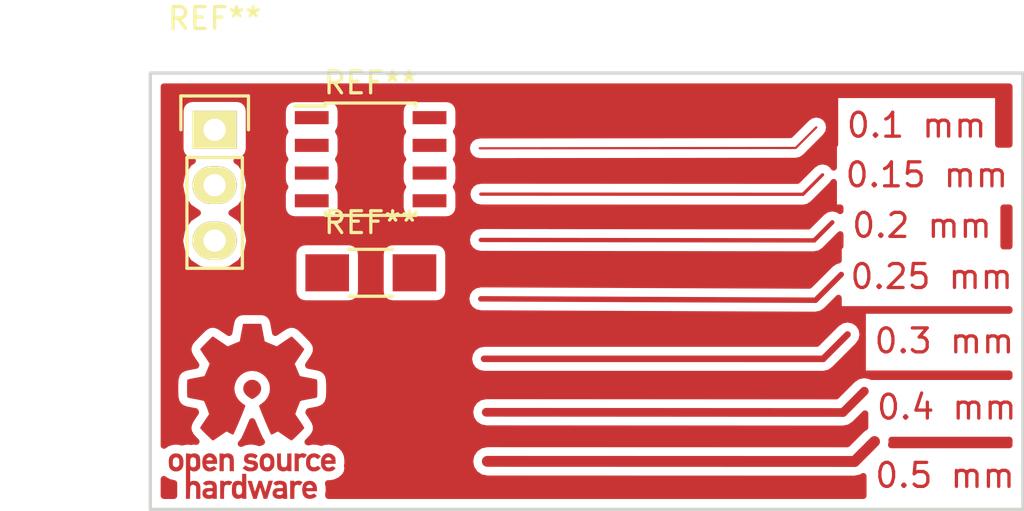
<source format=kicad_pcb>
(kicad_pcb (version 4) (host pcbnew 4.0.7-e2-6376~60~ubuntu17.10.1)

  (general
    (links 0)
    (no_connects 0)
    (area 93.035713 96.525 140.075001 120.075001)
    (thickness 1.6)
    (drawings 11)
    (tracks 14)
    (zones 0)
    (modules 4)
    (nets 1)
  )

  (page A4)
  (title_block
    (title "Módulo de test para CNC")
    (date 2018-06-17)
    (rev "Rev 1.0")
    (company "Universidad de la Laguna")
    (comment 1 "Iván Rodríguez Méndez")
    (comment 2 "Adaptación multicámara NVIDIA JETSON TX2")
    (comment 3 "Área de Teoría de la Señal y Comunicación")
    (comment 4 "Departamento de Ingeniería Industrial")
  )

  (layers
    (0 F.Cu signal)
    (31 B.Cu signal)
    (32 B.Adhes user)
    (33 F.Adhes user)
    (34 B.Paste user)
    (35 F.Paste user)
    (36 B.SilkS user)
    (37 F.SilkS user)
    (38 B.Mask user)
    (39 F.Mask user)
    (40 Dwgs.User user)
    (41 Cmts.User user)
    (42 Eco1.User user)
    (43 Eco2.User user)
    (44 Edge.Cuts user)
    (45 Margin user)
    (46 B.CrtYd user)
    (47 F.CrtYd user)
    (48 B.Fab user)
    (49 F.Fab user)
  )

  (setup
    (last_trace_width 0.25)
    (user_trace_width 0.1)
    (user_trace_width 0.15)
    (user_trace_width 0.2)
    (user_trace_width 0.25)
    (user_trace_width 0.3)
    (user_trace_width 0.4)
    (user_trace_width 0.5)
    (user_trace_width 0.6)
    (trace_clearance 0.2)
    (zone_clearance 0.4)
    (zone_45_only no)
    (trace_min 0.1)
    (segment_width 0.2)
    (edge_width 0.15)
    (via_size 0.6)
    (via_drill 0.4)
    (via_min_size 0.4)
    (via_min_drill 0.3)
    (uvia_size 0.3)
    (uvia_drill 0.1)
    (uvias_allowed no)
    (uvia_min_size 0.2)
    (uvia_min_drill 0.1)
    (pcb_text_width 0.3)
    (pcb_text_size 0.8 0.8)
    (mod_edge_width 0.15)
    (mod_text_size 1 1)
    (mod_text_width 0.15)
    (pad_size 1.524 1.524)
    (pad_drill 0.762)
    (pad_to_mask_clearance 0.2)
    (aux_axis_origin 99.7839 120.26646)
    (visible_elements FFFFFF7F)
    (pcbplotparams
      (layerselection 0x01000_00000001)
      (usegerberextensions false)
      (excludeedgelayer true)
      (linewidth 0.100000)
      (plotframeref false)
      (viasonmask false)
      (mode 1)
      (useauxorigin true)
      (hpglpennumber 1)
      (hpglpenspeed 20)
      (hpglpendiameter 15)
      (hpglpenoverlay 2)
      (psnegative false)
      (psa4output false)
      (plotreference true)
      (plotvalue true)
      (plotinvisibletext false)
      (padsonsilk false)
      (subtractmaskfromsilk false)
      (outputformat 1)
      (mirror false)
      (drillshape 0)
      (scaleselection 1)
      (outputdirectory Fabricacion/))
  )

  (net 0 "")

  (net_class Default "Esta es la clase de red por defecto."
    (clearance 0.2)
    (trace_width 0.25)
    (via_dia 0.6)
    (via_drill 0.4)
    (uvia_dia 0.3)
    (uvia_drill 0.1)
  )

  (module Housings_SOIC:SOIC-8_3.9x4.9mm_Pitch1.27mm (layer F.Cu) (tedit 54130A77) (tstamp 5AAEA1F2)
    (at 110.1 103.95)
    (descr "8-Lead Plastic Small Outline (SN) - Narrow, 3.90 mm Body [SOIC] (see Microchip Packaging Specification 00000049BS.pdf)")
    (tags "SOIC 1.27")
    (attr smd)
    (fp_text reference REF** (at 0 -3.5) (layer F.SilkS)
      (effects (font (size 1 1) (thickness 0.15)))
    )
    (fp_text value SOIC-8_3.9x4.9mm_Pitch1.27mm (at 0 3.5) (layer F.Fab)
      (effects (font (size 1 1) (thickness 0.15)))
    )
    (fp_line (start -3.75 -2.75) (end -3.75 2.75) (layer F.CrtYd) (width 0.05))
    (fp_line (start 3.75 -2.75) (end 3.75 2.75) (layer F.CrtYd) (width 0.05))
    (fp_line (start -3.75 -2.75) (end 3.75 -2.75) (layer F.CrtYd) (width 0.05))
    (fp_line (start -3.75 2.75) (end 3.75 2.75) (layer F.CrtYd) (width 0.05))
    (fp_line (start -2.075 -2.575) (end -2.075 -2.43) (layer F.SilkS) (width 0.15))
    (fp_line (start 2.075 -2.575) (end 2.075 -2.43) (layer F.SilkS) (width 0.15))
    (fp_line (start 2.075 2.575) (end 2.075 2.43) (layer F.SilkS) (width 0.15))
    (fp_line (start -2.075 2.575) (end -2.075 2.43) (layer F.SilkS) (width 0.15))
    (fp_line (start -2.075 -2.575) (end 2.075 -2.575) (layer F.SilkS) (width 0.15))
    (fp_line (start -2.075 2.575) (end 2.075 2.575) (layer F.SilkS) (width 0.15))
    (fp_line (start -2.075 -2.43) (end -3.475 -2.43) (layer F.SilkS) (width 0.15))
    (pad 1 smd rect (at -2.7 -1.905) (size 1.55 0.6) (layers F.Cu F.Paste F.Mask))
    (pad 2 smd rect (at -2.7 -0.635) (size 1.55 0.6) (layers F.Cu F.Paste F.Mask))
    (pad 3 smd rect (at -2.7 0.635) (size 1.55 0.6) (layers F.Cu F.Paste F.Mask))
    (pad 4 smd rect (at -2.7 1.905) (size 1.55 0.6) (layers F.Cu F.Paste F.Mask))
    (pad 5 smd rect (at 2.7 1.905) (size 1.55 0.6) (layers F.Cu F.Paste F.Mask))
    (pad 6 smd rect (at 2.7 0.635) (size 1.55 0.6) (layers F.Cu F.Paste F.Mask))
    (pad 7 smd rect (at 2.7 -0.635) (size 1.55 0.6) (layers F.Cu F.Paste F.Mask))
    (pad 8 smd rect (at 2.7 -1.905) (size 1.55 0.6) (layers F.Cu F.Paste F.Mask))
    (model Housings_SOIC.3dshapes/SOIC-8_3.9x4.9mm_Pitch1.27mm.wrl
      (at (xyz 0 0 0))
      (scale (xyz 1 1 1))
      (rotate (xyz 0 0 0))
    )
  )

  (module Resistors_SMD:R_1206_HandSoldering (layer F.Cu) (tedit 5418A20D) (tstamp 5AB1E31C)
    (at 110.109 109.1565)
    (descr "Resistor SMD 1206, hand soldering")
    (tags "resistor 1206")
    (attr smd)
    (fp_text reference REF** (at 0 -2.3) (layer F.SilkS)
      (effects (font (size 1 1) (thickness 0.15)))
    )
    (fp_text value R_1206_HandSoldering (at 0 2.3) (layer F.Fab)
      (effects (font (size 1 1) (thickness 0.15)))
    )
    (fp_line (start -3.3 -1.2) (end 3.3 -1.2) (layer F.CrtYd) (width 0.05))
    (fp_line (start -3.3 1.2) (end 3.3 1.2) (layer F.CrtYd) (width 0.05))
    (fp_line (start -3.3 -1.2) (end -3.3 1.2) (layer F.CrtYd) (width 0.05))
    (fp_line (start 3.3 -1.2) (end 3.3 1.2) (layer F.CrtYd) (width 0.05))
    (fp_line (start 1 1.075) (end -1 1.075) (layer F.SilkS) (width 0.15))
    (fp_line (start -1 -1.075) (end 1 -1.075) (layer F.SilkS) (width 0.15))
    (pad 1 smd rect (at -2 0) (size 2 1.7) (layers F.Cu F.Paste F.Mask))
    (pad 2 smd rect (at 2 0) (size 2 1.7) (layers F.Cu F.Paste F.Mask))
    (model Resistors_SMD.3dshapes/R_1206_HandSoldering.wrl
      (at (xyz 0 0 0))
      (scale (xyz 1 1 1))
      (rotate (xyz 0 0 0))
    )
  )

  (module Pin_Headers:Pin_Header_Straight_1x03 (layer F.Cu) (tedit 0) (tstamp 5AB51C66)
    (at 102.95 102.6)
    (descr "Through hole pin header")
    (tags "pin header")
    (fp_text reference REF** (at 0 -5.1) (layer F.SilkS)
      (effects (font (size 1 1) (thickness 0.15)))
    )
    (fp_text value Pin_Header_Straight_1x03 (at 0 -3.1) (layer F.Fab)
      (effects (font (size 1 1) (thickness 0.15)))
    )
    (fp_line (start -1.75 -1.75) (end -1.75 6.85) (layer F.CrtYd) (width 0.05))
    (fp_line (start 1.75 -1.75) (end 1.75 6.85) (layer F.CrtYd) (width 0.05))
    (fp_line (start -1.75 -1.75) (end 1.75 -1.75) (layer F.CrtYd) (width 0.05))
    (fp_line (start -1.75 6.85) (end 1.75 6.85) (layer F.CrtYd) (width 0.05))
    (fp_line (start -1.27 1.27) (end -1.27 6.35) (layer F.SilkS) (width 0.15))
    (fp_line (start -1.27 6.35) (end 1.27 6.35) (layer F.SilkS) (width 0.15))
    (fp_line (start 1.27 6.35) (end 1.27 1.27) (layer F.SilkS) (width 0.15))
    (fp_line (start 1.55 -1.55) (end 1.55 0) (layer F.SilkS) (width 0.15))
    (fp_line (start 1.27 1.27) (end -1.27 1.27) (layer F.SilkS) (width 0.15))
    (fp_line (start -1.55 0) (end -1.55 -1.55) (layer F.SilkS) (width 0.15))
    (fp_line (start -1.55 -1.55) (end 1.55 -1.55) (layer F.SilkS) (width 0.15))
    (pad 1 thru_hole rect (at 0 0) (size 2.032 1.7272) (drill 1.016) (layers *.Cu *.Mask F.SilkS))
    (pad 2 thru_hole oval (at 0 2.54) (size 2.032 1.7272) (drill 1.016) (layers *.Cu *.Mask F.SilkS))
    (pad 3 thru_hole oval (at 0 5.08) (size 2.032 1.7272) (drill 1.016) (layers *.Cu *.Mask F.SilkS))
    (model Pin_Headers.3dshapes/Pin_Header_Straight_1x03.wrl
      (at (xyz 0 -0.1 0))
      (scale (xyz 1 1 1))
      (rotate (xyz 0 0 90))
    )
  )

  (module Symbols:OSHW-Logo_7.5x8mm_Copper (layer F.Cu) (tedit 0) (tstamp 5ADBF7D2)
    (at 104.66324 115.50396)
    (descr "Open Source Hardware Logo")
    (tags "Logo OSHW")
    (attr virtual)
    (fp_text reference REF*** (at 0 0) (layer F.SilkS) hide
      (effects (font (size 1 1) (thickness 0.15)))
    )
    (fp_text value OSHW-Logo_7.5x8mm_Copper (at 0.75 0) (layer F.Fab) hide
      (effects (font (size 1 1) (thickness 0.15)))
    )
    (fp_poly (pts (xy -2.53664 1.952468) (xy -2.501408 1.969874) (xy -2.45796 2.000206) (xy -2.426294 2.033283)
      (xy -2.404606 2.074817) (xy -2.391097 2.130522) (xy -2.383962 2.206111) (xy -2.3814 2.307296)
      (xy -2.38125 2.350797) (xy -2.381688 2.446135) (xy -2.383504 2.514271) (xy -2.387455 2.561418)
      (xy -2.394298 2.59379) (xy -2.404789 2.6176) (xy -2.415704 2.633843) (xy -2.485381 2.702952)
      (xy -2.567434 2.744521) (xy -2.65595 2.757023) (xy -2.745019 2.738934) (xy -2.773237 2.726142)
      (xy -2.84079 2.690931) (xy -2.84079 3.2427) (xy -2.791488 3.217205) (xy -2.726527 3.19748)
      (xy -2.64668 3.192427) (xy -2.566948 3.201756) (xy -2.506735 3.222714) (xy -2.456792 3.262627)
      (xy -2.414119 3.319741) (xy -2.41091 3.325605) (xy -2.397378 3.353227) (xy -2.387495 3.381068)
      (xy -2.380691 3.414794) (xy -2.376399 3.460071) (xy -2.374049 3.522562) (xy -2.373072 3.607935)
      (xy -2.372895 3.70401) (xy -2.372895 4.010526) (xy -2.556711 4.010526) (xy -2.556711 3.445339)
      (xy -2.608125 3.402077) (xy -2.661534 3.367472) (xy -2.712112 3.36118) (xy -2.76297 3.377372)
      (xy -2.790075 3.393227) (xy -2.810249 3.41581) (xy -2.824597 3.44994) (xy -2.834224 3.500434)
      (xy -2.840237 3.572111) (xy -2.84374 3.669788) (xy -2.844974 3.734802) (xy -2.849145 4.002171)
      (xy -2.936875 4.007222) (xy -3.024606 4.012273) (xy -3.024606 2.353101) (xy -2.84079 2.353101)
      (xy -2.836104 2.4456) (xy -2.820312 2.509809) (xy -2.790817 2.549759) (xy -2.74502 2.56948)
      (xy -2.69875 2.573421) (xy -2.646372 2.568892) (xy -2.61161 2.551069) (xy -2.589872 2.527519)
      (xy -2.57276 2.502189) (xy -2.562573 2.473969) (xy -2.55804 2.434431) (xy -2.557891 2.375142)
      (xy -2.559416 2.325498) (xy -2.562919 2.25071) (xy -2.568133 2.201611) (xy -2.576913 2.170467)
      (xy -2.591114 2.149545) (xy -2.604516 2.137452) (xy -2.660513 2.111081) (xy -2.726789 2.106822)
      (xy -2.764844 2.115906) (xy -2.802523 2.148196) (xy -2.827481 2.211006) (xy -2.839578 2.303894)
      (xy -2.84079 2.353101) (xy -3.024606 2.353101) (xy -3.024606 1.938421) (xy -2.932698 1.938421)
      (xy -2.877517 1.940603) (xy -2.849048 1.948351) (xy -2.840794 1.963468) (xy -2.84079 1.963916)
      (xy -2.83696 1.97872) (xy -2.820067 1.977039) (xy -2.786481 1.960772) (xy -2.708222 1.935887)
      (xy -2.620173 1.933271) (xy -2.53664 1.952468)) (layer F.Cu) (width 0.01))
    (fp_poly (pts (xy -1.839543 3.198184) (xy -1.76093 3.21916) (xy -1.701084 3.25718) (xy -1.658853 3.306978)
      (xy -1.645725 3.32823) (xy -1.636032 3.350492) (xy -1.629256 3.37897) (xy -1.624877 3.418871)
      (xy -1.622376 3.475401) (xy -1.621232 3.553767) (xy -1.620928 3.659176) (xy -1.620922 3.687142)
      (xy -1.620922 4.010526) (xy -1.701132 4.010526) (xy -1.752294 4.006943) (xy -1.790123 3.997866)
      (xy -1.799601 3.992268) (xy -1.825512 3.982606) (xy -1.851976 3.992268) (xy -1.895548 4.00433)
      (xy -1.95884 4.009185) (xy -2.02899 4.007078) (xy -2.09314 3.998256) (xy -2.130593 3.986937)
      (xy -2.203067 3.940412) (xy -2.24836 3.875846) (xy -2.268722 3.79) (xy -2.268912 3.787796)
      (xy -2.267125 3.749713) (xy -2.105527 3.749713) (xy -2.091399 3.79303) (xy -2.068388 3.817408)
      (xy -2.022196 3.835845) (xy -1.961225 3.843205) (xy -1.899051 3.839583) (xy -1.849249 3.825074)
      (xy -1.835297 3.815765) (xy -1.810915 3.772753) (xy -1.804737 3.723857) (xy -1.804737 3.659605)
      (xy -1.897182 3.659605) (xy -1.985005 3.666366) (xy -2.051582 3.68552) (xy -2.092998 3.715376)
      (xy -2.105527 3.749713) (xy -2.267125 3.749713) (xy -2.26451 3.694004) (xy -2.233576 3.619847)
      (xy -2.175419 3.563767) (xy -2.16738 3.558665) (xy -2.132837 3.542055) (xy -2.090082 3.531996)
      (xy -2.030314 3.527107) (xy -1.95931 3.525983) (xy -1.804737 3.525921) (xy -1.804737 3.461125)
      (xy -1.811294 3.41085) (xy -1.828025 3.377169) (xy -1.829984 3.375376) (xy -1.867217 3.360642)
      (xy -1.92342 3.354931) (xy -1.985533 3.357737) (xy -2.04049 3.368556) (xy -2.073101 3.384782)
      (xy -2.090772 3.39778) (xy -2.109431 3.400262) (xy -2.135181 3.389613) (xy -2.174127 3.363218)
      (xy -2.23237 3.318465) (xy -2.237716 3.314273) (xy -2.234977 3.29876) (xy -2.212124 3.27296)
      (xy -2.177391 3.244289) (xy -2.13901 3.220166) (xy -2.126952 3.21447) (xy -2.082966 3.203103)
      (xy -2.018513 3.194995) (xy -1.946503 3.191743) (xy -1.943136 3.191736) (xy -1.839543 3.198184)) (layer F.Cu) (width 0.01))
    (fp_poly (pts (xy -1.320119 3.193486) (xy -1.295112 3.200982) (xy -1.28705 3.217451) (xy -1.286711 3.224886)
      (xy -1.285264 3.245594) (xy -1.275302 3.248845) (xy -1.248388 3.234648) (xy -1.232402 3.224948)
      (xy -1.181967 3.204175) (xy -1.121728 3.193904) (xy -1.058566 3.193114) (xy -0.999363 3.200786)
      (xy -0.950998 3.215898) (xy -0.920354 3.237432) (xy -0.914311 3.264366) (xy -0.917361 3.27166)
      (xy -0.939594 3.301937) (xy -0.97407 3.339175) (xy -0.980306 3.345195) (xy -1.013167 3.372875)
      (xy -1.04152 3.381818) (xy -1.081173 3.375576) (xy -1.097058 3.371429) (xy -1.146491 3.361467)
      (xy -1.181248 3.365947) (xy -1.2106 3.381746) (xy -1.237487 3.402949) (xy -1.25729 3.429614)
      (xy -1.271052 3.466827) (xy -1.279816 3.519673) (xy -1.284626 3.593237) (xy -1.286526 3.692605)
      (xy -1.286711 3.752601) (xy -1.286711 4.010526) (xy -1.453816 4.010526) (xy -1.453816 3.19171)
      (xy -1.370264 3.19171) (xy -1.320119 3.193486)) (layer F.Cu) (width 0.01))
    (fp_poly (pts (xy -0.267369 4.010526) (xy -0.359277 4.010526) (xy -0.412623 4.008962) (xy -0.440407 4.002485)
      (xy -0.45041 3.988418) (xy -0.451185 3.978906) (xy -0.452872 3.959832) (xy -0.46351 3.956174)
      (xy -0.491465 3.967932) (xy -0.513205 3.978906) (xy -0.596668 4.004911) (xy -0.687396 4.006416)
      (xy -0.761158 3.987021) (xy -0.829846 3.940165) (xy -0.882206 3.871004) (xy -0.910878 3.789427)
      (xy -0.911608 3.784866) (xy -0.915868 3.735101) (xy -0.917986 3.663659) (xy -0.917816 3.609626)
      (xy -0.73528 3.609626) (xy -0.731051 3.681441) (xy -0.721432 3.740634) (xy -0.70841 3.77406)
      (xy -0.659144 3.81974) (xy -0.60065 3.836115) (xy -0.540329 3.822873) (xy -0.488783 3.783373)
      (xy -0.469262 3.756807) (xy -0.457848 3.725106) (xy -0.452502 3.678832) (xy -0.451185 3.609328)
      (xy -0.453542 3.540499) (xy -0.459767 3.480026) (xy -0.468592 3.439556) (xy -0.470063 3.435929)
      (xy -0.505653 3.392802) (xy -0.5576 3.369124) (xy -0.615722 3.365301) (xy -0.66984 3.381738)
      (xy -0.709774 3.41884) (xy -0.713917 3.426222) (xy -0.726884 3.471239) (xy -0.733948 3.535967)
      (xy -0.73528 3.609626) (xy -0.917816 3.609626) (xy -0.917729 3.58223) (xy -0.916528 3.538405)
      (xy -0.908355 3.429988) (xy -0.89137 3.348588) (xy -0.863113 3.288412) (xy -0.821128 3.243666)
      (xy -0.780368 3.2174) (xy -0.723419 3.198935) (xy -0.652589 3.192602) (xy -0.580059 3.19776)
      (xy -0.518014 3.213769) (xy -0.485232 3.23292) (xy -0.451185 3.263732) (xy -0.451185 2.87421)
      (xy -0.267369 2.87421) (xy -0.267369 4.010526)) (layer F.Cu) (width 0.01))
    (fp_poly (pts (xy 0.37413 3.195104) (xy 0.44022 3.200066) (xy 0.526626 3.459079) (xy 0.613031 3.718092)
      (xy 0.640124 3.626184) (xy 0.656428 3.569384) (xy 0.677875 3.492625) (xy 0.701035 3.408251)
      (xy 0.71328 3.362993) (xy 0.759344 3.19171) (xy 0.949387 3.19171) (xy 0.892582 3.371349)
      (xy 0.864607 3.459704) (xy 0.830813 3.566281) (xy 0.79552 3.677454) (xy 0.764013 3.776579)
      (xy 0.69225 4.002171) (xy 0.537286 4.012253) (xy 0.49527 3.873528) (xy 0.469359 3.787351)
      (xy 0.441083 3.692347) (xy 0.416369 3.608441) (xy 0.415394 3.605102) (xy 0.396935 3.548248)
      (xy 0.380649 3.509456) (xy 0.369242 3.494787) (xy 0.366898 3.496483) (xy 0.358671 3.519225)
      (xy 0.343038 3.56794) (xy 0.321904 3.636502) (xy 0.29717 3.718785) (xy 0.283787 3.764046)
      (xy 0.211311 4.010526) (xy 0.057495 4.010526) (xy -0.065469 3.622006) (xy -0.100012 3.513022)
      (xy -0.131479 3.414048) (xy -0.158384 3.329736) (xy -0.179241 3.264734) (xy -0.192562 3.223692)
      (xy -0.196612 3.211701) (xy -0.193406 3.199423) (xy -0.168235 3.194046) (xy -0.115854 3.194584)
      (xy -0.107655 3.19499) (xy -0.010518 3.200066) (xy 0.0531 3.434013) (xy 0.076484 3.519333)
      (xy 0.097381 3.594335) (xy 0.113951 3.652507) (xy 0.124354 3.687337) (xy 0.126276 3.693016)
      (xy 0.134241 3.686486) (xy 0.150304 3.652654) (xy 0.172621 3.596127) (xy 0.199345 3.52151)
      (xy 0.221937 3.454107) (xy 0.308041 3.190143) (xy 0.37413 3.195104)) (layer F.Cu) (width 0.01))
    (fp_poly (pts (xy 1.379992 3.196673) (xy 1.450427 3.21378) (xy 1.470787 3.222844) (xy 1.510253 3.246583)
      (xy 1.540541 3.273321) (xy 1.562952 3.307699) (xy 1.578786 3.35436) (xy 1.589343 3.417946)
      (xy 1.595924 3.503099) (xy 1.599828 3.614462) (xy 1.60131 3.688849) (xy 1.606765 4.010526)
      (xy 1.51358 4.010526) (xy 1.457047 4.008156) (xy 1.427922 4.000055) (xy 1.420394 3.986451)
      (xy 1.41642 3.971741) (xy 1.398652 3.974554) (xy 1.37444 3.986348) (xy 1.313828 4.004427)
      (xy 1.235929 4.009299) (xy 1.153995 4.00133) (xy 1.081281 3.980889) (xy 1.074759 3.978051)
      (xy 1.008302 3.931365) (xy 0.964491 3.866464) (xy 0.944332 3.7906) (xy 0.945872 3.763344)
      (xy 1.110345 3.763344) (xy 1.124837 3.800024) (xy 1.167805 3.826309) (xy 1.237129 3.840417)
      (xy 1.274177 3.84229) (xy 1.335919 3.837494) (xy 1.37696 3.818858) (xy 1.386973 3.81)
      (xy 1.4141 3.761806) (xy 1.420394 3.718092) (xy 1.420394 3.659605) (xy 1.33893 3.659605)
      (xy 1.244234 3.664432) (xy 1.177813 3.679613) (xy 1.135846 3.7062) (xy 1.126449 3.718052)
      (xy 1.110345 3.763344) (xy 0.945872 3.763344) (xy 0.948829 3.711026) (xy 0.978985 3.634995)
      (xy 1.020131 3.583612) (xy 1.045052 3.561397) (xy 1.069448 3.546798) (xy 1.101191 3.537897)
      (xy 1.148152 3.532775) (xy 1.218204 3.529515) (xy 1.24599 3.528577) (xy 1.420394 3.522879)
      (xy 1.420138 3.470091) (xy 1.413384 3.414603) (xy 1.388964 3.381052) (xy 1.33963 3.359618)
      (xy 1.338306 3.359236) (xy 1.26836 3.350808) (xy 1.199914 3.361816) (xy 1.149047 3.388585)
      (xy 1.128637 3.401803) (xy 1.106654 3.399974) (xy 1.072826 3.380824) (xy 1.052961 3.367308)
      (xy 1.014106 3.338432) (xy 0.990038 3.316786) (xy 0.986176 3.310589) (xy 1.002079 3.278519)
      (xy 1.049065 3.240219) (xy 1.069473 3.227297) (xy 1.128143 3.205041) (xy 1.207212 3.192432)
      (xy 1.295041 3.1896) (xy 1.379992 3.196673)) (layer F.Cu) (width 0.01))
    (fp_poly (pts (xy 2.173167 3.191447) (xy 2.237408 3.204112) (xy 2.27398 3.222864) (xy 2.312453 3.254017)
      (xy 2.257717 3.323127) (xy 2.223969 3.364979) (xy 2.201053 3.385398) (xy 2.178279 3.388517)
      (xy 2.144956 3.378472) (xy 2.129314 3.372789) (xy 2.065542 3.364404) (xy 2.00714 3.382378)
      (xy 1.964264 3.422982) (xy 1.957299 3.435929) (xy 1.949713 3.470224) (xy 1.943859 3.533427)
      (xy 1.940011 3.62106) (xy 1.938443 3.72864) (xy 1.938421 3.743944) (xy 1.938421 4.010526)
      (xy 1.754605 4.010526) (xy 1.754605 3.19171) (xy 1.846513 3.19171) (xy 1.899507 3.193094)
      (xy 1.927115 3.199252) (xy 1.937324 3.213194) (xy 1.938421 3.226344) (xy 1.938421 3.260978)
      (xy 1.98245 3.226344) (xy 2.032937 3.202716) (xy 2.10076 3.191033) (xy 2.173167 3.191447)) (layer F.Cu) (width 0.01))
    (fp_poly (pts (xy 2.701193 3.196078) (xy 2.781068 3.216845) (xy 2.847962 3.259705) (xy 2.880351 3.291723)
      (xy 2.933445 3.367413) (xy 2.963873 3.455216) (xy 2.974327 3.56315) (xy 2.97438 3.571875)
      (xy 2.974473 3.659605) (xy 2.469534 3.659605) (xy 2.480298 3.705559) (xy 2.499732 3.747178)
      (xy 2.533745 3.790544) (xy 2.54086 3.797467) (xy 2.602003 3.834935) (xy 2.671729 3.841289)
      (xy 2.751987 3.816638) (xy 2.765592 3.81) (xy 2.807319 3.789819) (xy 2.835268 3.778321)
      (xy 2.840145 3.777258) (xy 2.857168 3.787583) (xy 2.889633 3.812845) (xy 2.906114 3.82665)
      (xy 2.940264 3.858361) (xy 2.951478 3.879299) (xy 2.943695 3.89856) (xy 2.939535 3.903827)
      (xy 2.911357 3.926878) (xy 2.864862 3.954892) (xy 2.832434 3.971246) (xy 2.740385 4.000059)
      (xy 2.638476 4.009395) (xy 2.541963 3.998332) (xy 2.514934 3.990412) (xy 2.431276 3.945581)
      (xy 2.369266 3.876598) (xy 2.328545 3.782794) (xy 2.308755 3.663498) (xy 2.306582 3.601118)
      (xy 2.312926 3.510298) (xy 2.473157 3.510298) (xy 2.488655 3.517012) (xy 2.530312 3.52228)
      (xy 2.590876 3.525389) (xy 2.631907 3.525921) (xy 2.705711 3.525408) (xy 2.752293 3.523006)
      (xy 2.777848 3.517422) (xy 2.788569 3.507361) (xy 2.790657 3.492763) (xy 2.776331 3.447796)
      (xy 2.740262 3.403353) (xy 2.692815 3.369242) (xy 2.645349 3.355288) (xy 2.580879 3.367666)
      (xy 2.52507 3.403452) (xy 2.486374 3.455033) (xy 2.473157 3.510298) (xy 2.312926 3.510298)
      (xy 2.315821 3.468866) (xy 2.344336 3.363498) (xy 2.392729 3.284178) (xy 2.461604 3.230071)
      (xy 2.551565 3.200343) (xy 2.6003 3.194618) (xy 2.701193 3.196078)) (layer F.Cu) (width 0.01))
    (fp_poly (pts (xy -3.373216 1.947104) (xy -3.285795 1.985754) (xy -3.21943 2.05029) (xy -3.174024 2.140812)
      (xy -3.149482 2.257418) (xy -3.147723 2.275624) (xy -3.146344 2.403984) (xy -3.164216 2.516496)
      (xy -3.20025 2.607688) (xy -3.219545 2.637022) (xy -3.286755 2.699106) (xy -3.37235 2.739316)
      (xy -3.46811 2.756003) (xy -3.565813 2.747517) (xy -3.640083 2.72138) (xy -3.703953 2.677335)
      (xy -3.756154 2.619587) (xy -3.757057 2.618236) (xy -3.778256 2.582593) (xy -3.792033 2.546752)
      (xy -3.800376 2.501519) (xy -3.805273 2.437701) (xy -3.807431 2.385368) (xy -3.808329 2.33791)
      (xy -3.641257 2.33791) (xy -3.639624 2.385154) (xy -3.633696 2.448046) (xy -3.623239 2.488407)
      (xy -3.604381 2.517122) (xy -3.586719 2.533896) (xy -3.524106 2.569016) (xy -3.458592 2.57371)
      (xy -3.397579 2.54844) (xy -3.367072 2.520124) (xy -3.345089 2.491589) (xy -3.332231 2.464284)
      (xy -3.326588 2.42875) (xy -3.326249 2.375524) (xy -3.327988 2.326506) (xy -3.331729 2.256482)
      (xy -3.337659 2.211064) (xy -3.348347 2.18144) (xy -3.366361 2.158797) (xy -3.380637 2.145855)
      (xy -3.440349 2.11186) (xy -3.504766 2.110165) (xy -3.558781 2.130301) (xy -3.60486 2.172352)
      (xy -3.632311 2.241428) (xy -3.641257 2.33791) (xy -3.808329 2.33791) (xy -3.809401 2.281299)
      (xy -3.806036 2.203468) (xy -3.795955 2.14493) (xy -3.777774 2.098737) (xy -3.75011 2.057942)
      (xy -3.739854 2.045828) (xy -3.675722 1.985474) (xy -3.606934 1.95022) (xy -3.522811 1.93545)
      (xy -3.481791 1.934243) (xy -3.373216 1.947104)) (layer F.Cu) (width 0.01))
    (fp_poly (pts (xy -1.802982 1.957027) (xy -1.78633 1.964866) (xy -1.728695 2.007086) (xy -1.674195 2.0687)
      (xy -1.633501 2.136543) (xy -1.621926 2.167734) (xy -1.611366 2.223449) (xy -1.605069 2.290781)
      (xy -1.604304 2.318585) (xy -1.604211 2.406316) (xy -2.10915 2.406316) (xy -2.098387 2.45227)
      (xy -2.071967 2.50662) (xy -2.025778 2.553591) (xy -1.970828 2.583848) (xy -1.935811 2.590131)
      (xy -1.888323 2.582506) (xy -1.831665 2.563383) (xy -1.812418 2.554584) (xy -1.741241 2.519036)
      (xy -1.680498 2.565367) (xy -1.645448 2.596703) (xy -1.626798 2.622567) (xy -1.625853 2.630158)
      (xy -1.642515 2.648556) (xy -1.67903 2.676515) (xy -1.712172 2.698327) (xy -1.801607 2.737537)
      (xy -1.901871 2.755285) (xy -2.001246 2.75067) (xy -2.080461 2.726551) (xy -2.16212 2.674884)
      (xy -2.220151 2.606856) (xy -2.256454 2.518843) (xy -2.272928 2.407216) (xy -2.274389 2.356138)
      (xy -2.268543 2.239091) (xy -2.267825 2.235686) (xy -2.100511 2.235686) (xy -2.095903 2.246662)
      (xy -2.076964 2.252715) (xy -2.037902 2.25531) (xy -1.972923 2.25591) (xy -1.947903 2.255921)
      (xy -1.871779 2.255014) (xy -1.823504 2.25172) (xy -1.79754 2.245181) (xy -1.788352 2.234537)
      (xy -1.788027 2.231119) (xy -1.798513 2.203956) (xy -1.824758 2.165903) (xy -1.836041 2.152579)
      (xy -1.877928 2.114896) (xy -1.921591 2.10008) (xy -1.945115 2.098842) (xy -2.008757 2.114329)
      (xy -2.062127 2.15593) (xy -2.095981 2.216353) (xy -2.096581 2.218322) (xy -2.100511 2.235686)
      (xy -2.267825 2.235686) (xy -2.249101 2.146928) (xy -2.214078 2.07319) (xy -2.171244 2.020848)
      (xy -2.092052 1.964092) (xy -1.99896 1.933762) (xy -1.899945 1.931021) (xy -1.802982 1.957027)) (layer F.Cu) (width 0.01))
    (fp_poly (pts (xy 0.018628 1.935547) (xy 0.081908 1.947548) (xy 0.147557 1.972648) (xy 0.154572 1.975848)
      (xy 0.204356 2.002026) (xy 0.238834 2.026353) (xy 0.249978 2.041937) (xy 0.239366 2.067353)
      (xy 0.213588 2.104853) (xy 0.202146 2.118852) (xy 0.154992 2.173954) (xy 0.094201 2.138086)
      (xy 0.036347 2.114192) (xy -0.0305 2.10142) (xy -0.094606 2.100613) (xy -0.144236 2.112615)
      (xy -0.156146 2.120105) (xy -0.178828 2.15445) (xy -0.181584 2.194013) (xy -0.164612 2.22492)
      (xy -0.154573 2.230913) (xy -0.12449 2.238357) (xy -0.071611 2.247106) (xy -0.006425 2.255467)
      (xy 0.0056 2.256778) (xy 0.110297 2.274888) (xy 0.186232 2.305651) (xy 0.236592 2.351907)
      (xy 0.264564 2.416497) (xy 0.273278 2.495387) (xy 0.26124 2.585065) (xy 0.222151 2.655486)
      (xy 0.155855 2.706777) (xy 0.062194 2.739067) (xy -0.041777 2.751807) (xy -0.126562 2.751654)
      (xy -0.195335 2.740083) (xy -0.242303 2.724109) (xy -0.30165 2.696275) (xy -0.356494 2.663973)
      (xy -0.375987 2.649755) (xy -0.426119 2.608835) (xy -0.305197 2.486477) (xy -0.236457 2.531967)
      (xy -0.167512 2.566133) (xy -0.093889 2.584004) (xy -0.023117 2.585889) (xy 0.037274 2.572101)
      (xy 0.079757 2.542949) (xy 0.093474 2.518352) (xy 0.091417 2.478904) (xy 0.05733 2.448737)
      (xy -0.008692 2.427906) (xy -0.081026 2.418279) (xy -0.192348 2.39991) (xy -0.275048 2.365254)
      (xy -0.330235 2.313297) (xy -0.359012 2.243023) (xy -0.362999 2.159707) (xy -0.343307 2.072681)
      (xy -0.298411 2.006902) (xy -0.227909 1.962068) (xy -0.131399 1.937879) (xy -0.0599 1.933137)
      (xy 0.018628 1.935547)) (layer F.Cu) (width 0.01))
    (fp_poly (pts (xy 0.811669 1.94831) (xy 0.896192 1.99434) (xy 0.962321 2.067006) (xy 0.993478 2.126106)
      (xy 1.006855 2.178305) (xy 1.015522 2.252719) (xy 1.019237 2.338442) (xy 1.017754 2.424569)
      (xy 1.010831 2.500193) (xy 1.002745 2.540584) (xy 0.975465 2.59584) (xy 0.92822 2.65453)
      (xy 0.871282 2.705852) (xy 0.814924 2.739005) (xy 0.81355 2.739531) (xy 0.743616 2.754018)
      (xy 0.660737 2.754377) (xy 0.581977 2.741188) (xy 0.551566 2.730617) (xy 0.473239 2.686201)
      (xy 0.417143 2.628007) (xy 0.380286 2.550965) (xy 0.35968 2.450001) (xy 0.355018 2.397116)
      (xy 0.355613 2.330663) (xy 0.534736 2.330663) (xy 0.54077 2.42763) (xy 0.558138 2.501523)
      (xy 0.58574 2.548736) (xy 0.605404 2.562237) (xy 0.655787 2.571651) (xy 0.715673 2.568864)
      (xy 0.767449 2.555316) (xy 0.781027 2.547862) (xy 0.816849 2.504451) (xy 0.840493 2.438014)
      (xy 0.850558 2.357161) (xy 0.845642 2.270502) (xy 0.834655 2.218349) (xy 0.803109 2.157951)
      (xy 0.753311 2.120197) (xy 0.693337 2.107143) (xy 0.631264 2.120849) (xy 0.583582 2.154372)
      (xy 0.558525 2.182031) (xy 0.5439 2.209294) (xy 0.536929 2.24619) (xy 0.534833 2.30275)
      (xy 0.534736 2.330663) (xy 0.355613 2.330663) (xy 0.356282 2.255994) (xy 0.379265 2.140271)
      (xy 0.423972 2.049941) (xy 0.490405 1.985) (xy 0.578565 1.945445) (xy 0.597495 1.940858)
      (xy 0.711266 1.93009) (xy 0.811669 1.94831)) (layer F.Cu) (width 0.01))
    (fp_poly (pts (xy 1.320131 2.198533) (xy 1.32171 2.321089) (xy 1.327481 2.414179) (xy 1.338991 2.481651)
      (xy 1.35779 2.527355) (xy 1.385426 2.555139) (xy 1.423448 2.568854) (xy 1.470526 2.572358)
      (xy 1.519832 2.568432) (xy 1.557283 2.554089) (xy 1.584428 2.525478) (xy 1.602815 2.478751)
      (xy 1.613993 2.410058) (xy 1.619511 2.31555) (xy 1.620921 2.198533) (xy 1.620921 1.938421)
      (xy 1.804736 1.938421) (xy 1.804736 2.740526) (xy 1.712828 2.740526) (xy 1.657422 2.738281)
      (xy 1.628891 2.730396) (xy 1.620921 2.715428) (xy 1.61612 2.702097) (xy 1.597014 2.704917)
      (xy 1.558504 2.723783) (xy 1.470239 2.752887) (xy 1.376623 2.750825) (xy 1.286921 2.719221)
      (xy 1.244204 2.694257) (xy 1.211621 2.667226) (xy 1.187817 2.633405) (xy 1.171439 2.588068)
      (xy 1.161131 2.526489) (xy 1.155541 2.443943) (xy 1.153312 2.335705) (xy 1.153026 2.252004)
      (xy 1.153026 1.938421) (xy 1.320131 1.938421) (xy 1.320131 2.198533)) (layer F.Cu) (width 0.01))
    (fp_poly (pts (xy 2.946576 1.945419) (xy 3.043395 1.986549) (xy 3.07389 2.006571) (xy 3.112865 2.03734)
      (xy 3.137331 2.061533) (xy 3.141578 2.069413) (xy 3.129584 2.086899) (xy 3.098887 2.11657)
      (xy 3.074312 2.137279) (xy 3.007046 2.191336) (xy 2.95393 2.146642) (xy 2.912884 2.117789)
      (xy 2.872863 2.107829) (xy 2.827059 2.110261) (xy 2.754324 2.128345) (xy 2.704256 2.165881)
      (xy 2.673829 2.226562) (xy 2.660017 2.314081) (xy 2.660013 2.314136) (xy 2.661208 2.411958)
      (xy 2.679772 2.48373) (xy 2.716804 2.532595) (xy 2.74205 2.549143) (xy 2.809097 2.569749)
      (xy 2.880709 2.569762) (xy 2.943015 2.549768) (xy 2.957763 2.54) (xy 2.99475 2.515047)
      (xy 3.023668 2.510958) (xy 3.054856 2.52953) (xy 3.089336 2.562887) (xy 3.143912 2.619196)
      (xy 3.083318 2.669142) (xy 2.989698 2.725513) (xy 2.884125 2.753293) (xy 2.773798 2.751282)
      (xy 2.701343 2.732862) (xy 2.616656 2.68731) (xy 2.548927 2.61565) (xy 2.518157 2.565066)
      (xy 2.493236 2.492488) (xy 2.480766 2.400569) (xy 2.48067 2.300948) (xy 2.49287 2.205267)
      (xy 2.51729 2.125169) (xy 2.521136 2.116956) (xy 2.578093 2.036413) (xy 2.655209 1.977771)
      (xy 2.74639 1.942247) (xy 2.845543 1.931057) (xy 2.946576 1.945419)) (layer F.Cu) (width 0.01))
    (fp_poly (pts (xy 3.558784 1.935554) (xy 3.601574 1.945949) (xy 3.683609 1.984013) (xy 3.753757 2.042149)
      (xy 3.802305 2.111852) (xy 3.808975 2.127502) (xy 3.818124 2.168496) (xy 3.824529 2.229138)
      (xy 3.82671 2.29043) (xy 3.82671 2.406316) (xy 3.584407 2.406316) (xy 3.484471 2.406693)
      (xy 3.414069 2.408987) (xy 3.369313 2.414938) (xy 3.346315 2.426285) (xy 3.341189 2.444771)
      (xy 3.350048 2.472136) (xy 3.365917 2.504155) (xy 3.410184 2.557592) (xy 3.471699 2.584215)
      (xy 3.546885 2.583347) (xy 3.632053 2.554371) (xy 3.705659 2.518611) (xy 3.766734 2.566904)
      (xy 3.82781 2.615197) (xy 3.770351 2.668285) (xy 3.693641 2.718445) (xy 3.599302 2.748688)
      (xy 3.497827 2.757151) (xy 3.399711 2.741974) (xy 3.383881 2.736824) (xy 3.297647 2.691791)
      (xy 3.233501 2.624652) (xy 3.190091 2.533405) (xy 3.166064 2.416044) (xy 3.165784 2.413529)
      (xy 3.163633 2.285627) (xy 3.172329 2.239997) (xy 3.342105 2.239997) (xy 3.357697 2.247013)
      (xy 3.400029 2.252388) (xy 3.462434 2.255457) (xy 3.501981 2.255921) (xy 3.575728 2.25563)
      (xy 3.62184 2.253783) (xy 3.6461 2.248912) (xy 3.654294 2.239555) (xy 3.652206 2.224245)
      (xy 3.650455 2.218322) (xy 3.62056 2.162668) (xy 3.573542 2.117815) (xy 3.532049 2.098105)
      (xy 3.476926 2.099295) (xy 3.421068 2.123875) (xy 3.374212 2.16457) (xy 3.346094 2.214108)
      (xy 3.342105 2.239997) (xy 3.172329 2.239997) (xy 3.185074 2.173133) (xy 3.227611 2.078727)
      (xy 3.288747 2.005088) (xy 3.365985 1.954893) (xy 3.45683 1.930822) (xy 3.558784 1.935554)) (layer F.Cu) (width 0.01))
    (fp_poly (pts (xy -1.002043 1.952226) (xy -0.960454 1.97209) (xy -0.920175 2.000784) (xy -0.88949 2.033809)
      (xy -0.867139 2.075931) (xy -0.851864 2.131915) (xy -0.842408 2.206528) (xy -0.837513 2.304535)
      (xy -0.835919 2.430702) (xy -0.835894 2.443914) (xy -0.835527 2.740526) (xy -1.019343 2.740526)
      (xy -1.019343 2.467081) (xy -1.019473 2.365777) (xy -1.020379 2.292353) (xy -1.022827 2.241271)
      (xy -1.027586 2.20699) (xy -1.035426 2.183971) (xy -1.047115 2.166673) (xy -1.063398 2.149581)
      (xy -1.120366 2.112857) (xy -1.182555 2.106042) (xy -1.241801 2.129261) (xy -1.262405 2.146543)
      (xy -1.27753 2.162791) (xy -1.28839 2.180191) (xy -1.29569 2.204212) (xy -1.300137 2.240322)
      (xy -1.302436 2.293988) (xy -1.303296 2.37068) (xy -1.303422 2.464043) (xy -1.303422 2.740526)
      (xy -1.487237 2.740526) (xy -1.487237 1.938421) (xy -1.395329 1.938421) (xy -1.340149 1.940603)
      (xy -1.31168 1.948351) (xy -1.303425 1.963468) (xy -1.303422 1.963916) (xy -1.299592 1.97872)
      (xy -1.282699 1.97704) (xy -1.249112 1.960773) (xy -1.172937 1.93684) (xy -1.0858 1.934178)
      (xy -1.002043 1.952226)) (layer F.Cu) (width 0.01))
    (fp_poly (pts (xy 2.391388 1.937645) (xy 2.448865 1.955206) (xy 2.485872 1.977395) (xy 2.497927 1.994942)
      (xy 2.494609 2.015742) (xy 2.473079 2.048419) (xy 2.454874 2.071562) (xy 2.417344 2.113402)
      (xy 2.389148 2.131005) (xy 2.365111 2.129856) (xy 2.293808 2.11171) (xy 2.241442 2.112534)
      (xy 2.198918 2.133098) (xy 2.184642 2.145134) (xy 2.138947 2.187483) (xy 2.138947 2.740526)
      (xy 1.955131 2.740526) (xy 1.955131 1.938421) (xy 2.047039 1.938421) (xy 2.102219 1.940603)
      (xy 2.130688 1.948351) (xy 2.138943 1.963468) (xy 2.138947 1.963916) (xy 2.142845 1.979749)
      (xy 2.160474 1.977684) (xy 2.184901 1.966261) (xy 2.23535 1.945005) (xy 2.276316 1.932216)
      (xy 2.329028 1.928938) (xy 2.391388 1.937645)) (layer F.Cu) (width 0.01))
    (fp_poly (pts (xy 0.500964 -3.601424) (xy 0.576513 -3.200678) (xy 1.134041 -2.970846) (xy 1.468465 -3.198252)
      (xy 1.562122 -3.261569) (xy 1.646782 -3.318104) (xy 1.718495 -3.365273) (xy 1.773311 -3.400498)
      (xy 1.80728 -3.421195) (xy 1.81653 -3.425658) (xy 1.833195 -3.41418) (xy 1.868806 -3.382449)
      (xy 1.919371 -3.334517) (xy 1.9809 -3.274438) (xy 2.049399 -3.206267) (xy 2.120879 -3.134055)
      (xy 2.191347 -3.061858) (xy 2.256811 -2.993727) (xy 2.31328 -2.933717) (xy 2.356763 -2.885881)
      (xy 2.383268 -2.854273) (xy 2.389605 -2.843695) (xy 2.380486 -2.824194) (xy 2.35492 -2.781469)
      (xy 2.315597 -2.719702) (xy 2.265203 -2.643069) (xy 2.206427 -2.555752) (xy 2.172368 -2.505948)
      (xy 2.110289 -2.415007) (xy 2.055126 -2.332941) (xy 2.009554 -2.263837) (xy 1.97625 -2.211778)
      (xy 1.95789 -2.18085) (xy 1.955131 -2.17435) (xy 1.961385 -2.155879) (xy 1.978434 -2.112828)
      (xy 2.003703 -2.051251) (xy 2.034622 -1.977201) (xy 2.068618 -1.89673) (xy 2.103118 -1.815893)
      (xy 2.135551 -1.740742) (xy 2.163343 -1.677329) (xy 2.183923 -1.631707) (xy 2.194719 -1.609931)
      (xy 2.195356 -1.609074) (xy 2.212307 -1.604916) (xy 2.257451 -1.595639) (xy 2.32611 -1.582156)
      (xy 2.413602 -1.565379) (xy 2.51525 -1.546219) (xy 2.574556 -1.53517) (xy 2.683172 -1.51449)
      (xy 2.781277 -1.494811) (xy 2.863909 -1.477211) (xy 2.926104 -1.462767) (xy 2.962899 -1.452554)
      (xy 2.970296 -1.449314) (xy 2.97754 -1.427383) (xy 2.983385 -1.377853) (xy 2.987835 -1.306515)
      (xy 2.990893 -1.219161) (xy 2.992565 -1.121583) (xy 2.992853 -1.019574) (xy 2.991761 -0.918925)
      (xy 2.989294 -0.825428) (xy 2.985456 -0.744875) (xy 2.98025 -0.683058) (xy 2.973681 -0.64577)
      (xy 2.969741 -0.638007) (xy 2.946188 -0.628702) (xy 2.896282 -0.6154) (xy 2.826623 -0.599663)
      (xy 2.743813 -0.583054) (xy 2.714905 -0.577681) (xy 2.575531 -0.552152) (xy 2.465436 -0.531592)
      (xy 2.380982 -0.515185) (xy 2.31853 -0.502113) (xy 2.274444 -0.491559) (xy 2.245085 -0.482706)
      (xy 2.226815 -0.474737) (xy 2.215998 -0.466835) (xy 2.214485 -0.465273) (xy 2.199377 -0.440114)
      (xy 2.176329 -0.39115) (xy 2.147644 -0.324379) (xy 2.115622 -0.245795) (xy 2.082565 -0.161393)
      (xy 2.050773 -0.07717) (xy 2.022549 0.000879) (xy 2.000193 0.066759) (xy 1.986007 0.114473)
      (xy 1.982293 0.138027) (xy 1.982602 0.138852) (xy 1.995189 0.158104) (xy 2.023744 0.200463)
      (xy 2.065267 0.261521) (xy 2.116756 0.336868) (xy 2.175211 0.422096) (xy 2.191858 0.446315)
      (xy 2.251215 0.534123) (xy 2.303447 0.614238) (xy 2.345708 0.682062) (xy 2.375153 0.732993)
      (xy 2.388937 0.762431) (xy 2.389605 0.766048) (xy 2.378024 0.785057) (xy 2.346024 0.822714)
      (xy 2.297718 0.874973) (xy 2.23722 0.937786) (xy 2.168644 1.007106) (xy 2.096104 1.078885)
      (xy 2.023712 1.149077) (xy 1.955584 1.213635) (xy 1.895832 1.26851) (xy 1.848571 1.309656)
      (xy 1.817913 1.333026) (xy 1.809432 1.336842) (xy 1.789691 1.327855) (xy 1.749274 1.303616)
      (xy 1.694763 1.268209) (xy 1.652823 1.239711) (xy 1.576829 1.187418) (xy 1.486834 1.125845)
      (xy 1.396564 1.06437) (xy 1.348032 1.031469) (xy 1.183762 0.920359) (xy 1.045869 0.994916)
      (xy 0.983049 1.027578) (xy 0.929629 1.052966) (xy 0.893484 1.067446) (xy 0.884284 1.06946)
      (xy 0.873221 1.054584) (xy 0.851394 1.012547) (xy 0.820434 0.947227) (xy 0.78197 0.8625)
      (xy 0.737632 0.762245) (xy 0.689047 0.650339) (xy 0.637846 0.530659) (xy 0.585659 0.407084)
      (xy 0.534113 0.283491) (xy 0.48484 0.163757) (xy 0.439467 0.051759) (xy 0.399625 -0.048623)
      (xy 0.366942 -0.133514) (xy 0.343049 -0.199035) (xy 0.329574 -0.24131) (xy 0.327406 -0.255828)
      (xy 0.344583 -0.274347) (xy 0.38219 -0.30441) (xy 0.432366 -0.339768) (xy 0.436578 -0.342566)
      (xy 0.566264 -0.446375) (xy 0.670834 -0.567485) (xy 0.749381 -0.702024) (xy 0.800999 -0.846118)
      (xy 0.824782 -0.995895) (xy 0.819823 -1.147483) (xy 0.785217 -1.297008) (xy 0.720057 -1.4406)
      (xy 0.700886 -1.472016) (xy 0.601174 -1.598875) (xy 0.483377 -1.700745) (xy 0.351571 -1.777096)
      (xy 0.209833 -1.827398) (xy 0.062242 -1.851121) (xy -0.087127 -1.847735) (xy -0.234197 -1.816712)
      (xy -0.374889 -1.75752) (xy -0.505127 -1.669631) (xy -0.545414 -1.633958) (xy -0.647945 -1.522294)
      (xy -0.722659 -1.404743) (xy -0.77391 -1.27298) (xy -0.802454 -1.142493) (xy -0.8095 -0.995784)
      (xy -0.786004 -0.848347) (xy -0.734351 -0.705166) (xy -0.656929 -0.571223) (xy -0.556125 -0.451502)
      (xy -0.434324 -0.350986) (xy -0.418316 -0.340391) (xy -0.367602 -0.305694) (xy -0.32905 -0.27563)
      (xy -0.310619 -0.256435) (xy -0.310351 -0.255828) (xy -0.314308 -0.235064) (xy -0.329993 -0.187938)
      (xy -0.355778 -0.118327) (xy -0.390031 -0.030107) (xy -0.431123 0.072844) (xy -0.477424 0.18665)
      (xy -0.527304 0.307435) (xy -0.579133 0.431321) (xy -0.631281 0.554432) (xy -0.682118 0.672891)
      (xy -0.730013 0.782823) (xy -0.773338 0.880349) (xy -0.810462 0.961593) (xy -0.839756 1.022679)
      (xy -0.859588 1.05973) (xy -0.867574 1.06946) (xy -0.891979 1.061883) (xy -0.937642 1.04156)
      (xy -0.99669 1.012125) (xy -1.02916 0.994916) (xy -1.167053 0.920359) (xy -1.331323 1.031469)
      (xy -1.415179 1.08839) (xy -1.506987 1.15103) (xy -1.59302 1.210011) (xy -1.636113 1.239711)
      (xy -1.696723 1.28041) (xy -1.748045 1.312663) (xy -1.783385 1.332384) (xy -1.794863 1.336554)
      (xy -1.81157 1.325307) (xy -1.848546 1.293911) (xy -1.902205 1.245624) (xy -1.968962 1.183708)
      (xy -2.045234 1.111421) (xy -2.093473 1.065008) (xy -2.177867 0.982087) (xy -2.250803 0.90792)
      (xy -2.309331 0.84568) (xy -2.350503 0.798541) (xy -2.371372 0.769673) (xy -2.373374 0.763815)
      (xy -2.364083 0.741532) (xy -2.338409 0.696477) (xy -2.2992 0.633211) (xy -2.249303 0.556295)
      (xy -2.191567 0.470292) (xy -2.175149 0.446315) (xy -2.115323 0.35917) (xy -2.06165 0.28071)
      (xy -2.01713 0.215345) (xy -1.984765 0.167484) (xy -1.967555 0.141535) (xy -1.965893 0.138852)
      (xy -1.968379 0.118172) (xy -1.981577 0.072704) (xy -2.003186 0.008444) (xy -2.030904 -0.068613)
      (xy -2.06243 -0.152471) (xy -2.095463 -0.237134) (xy -2.127701 -0.316608) (xy -2.156843 -0.384896)
      (xy -2.180588 -0.436003) (xy -2.196635 -0.463933) (xy -2.197775 -0.465273) (xy -2.207588 -0.473255)
      (xy -2.224161 -0.481149) (xy -2.251132 -0.489771) (xy -2.292139 -0.499938) (xy -2.35082 -0.512469)
      (xy -2.430813 -0.528179) (xy -2.535755 -0.547887) (xy -2.669285 -0.572408) (xy -2.698196 -0.577681)
      (xy -2.783882 -0.594236) (xy -2.858582 -0.610431) (xy -2.915694 -0.624704) (xy -2.948617 -0.635492)
      (xy -2.953031 -0.638007) (xy -2.960306 -0.660304) (xy -2.966219 -0.710131) (xy -2.970766 -0.781696)
      (xy -2.973945 -0.869207) (xy -2.975749 -0.966872) (xy -2.976177 -1.068899) (xy -2.975223 -1.169497)
      (xy -2.972884 -1.262873) (xy -2.969156 -1.343235) (xy -2.964034 -1.404791) (xy -2.957516 -1.44175)
      (xy -2.953586 -1.449314) (xy -2.931708 -1.456944) (xy -2.881891 -1.469358) (xy -2.809097 -1.485478)
      (xy -2.718289 -1.504227) (xy -2.614431 -1.524529) (xy -2.557846 -1.53517) (xy -2.450486 -1.55524)
      (xy -2.354746 -1.57342) (xy -2.275306 -1.588801) (xy -2.216846 -1.600469) (xy -2.184045 -1.607512)
      (xy -2.178646 -1.609074) (xy -2.169522 -1.626678) (xy -2.150235 -1.669082) (xy -2.123355 -1.730228)
      (xy -2.091454 -1.804057) (xy -2.057102 -1.884511) (xy -2.022871 -1.965532) (xy -1.991331 -2.041063)
      (xy -1.965054 -2.105045) (xy -1.946611 -2.15142) (xy -1.938571 -2.174131) (xy -1.938422 -2.175124)
      (xy -1.947535 -2.193039) (xy -1.973086 -2.234267) (xy -2.012388 -2.294709) (xy -2.062757 -2.370269)
      (xy -2.121506 -2.456848) (xy -2.155658 -2.506579) (xy -2.21789 -2.597764) (xy -2.273164 -2.680551)
      (xy -2.318782 -2.750751) (xy -2.352048 -2.804176) (xy -2.370264 -2.836639) (xy -2.372895 -2.843917)
      (xy -2.361586 -2.860855) (xy -2.330319 -2.897022) (xy -2.28309 -2.948365) (xy -2.223892 -3.010833)
      (xy -2.156719 -3.080374) (xy -2.085566 -3.152935) (xy -2.014426 -3.224465) (xy -1.947293 -3.290913)
      (xy -1.888161 -3.348226) (xy -1.841025 -3.392353) (xy -1.809877 -3.419241) (xy -1.799457 -3.425658)
      (xy -1.782491 -3.416635) (xy -1.741911 -3.391285) (xy -1.681663 -3.35219) (xy -1.605693 -3.301929)
      (xy -1.517946 -3.243083) (xy -1.451756 -3.198252) (xy -1.117332 -2.970846) (xy -0.838567 -3.085762)
      (xy -0.559803 -3.200678) (xy -0.484254 -3.601424) (xy -0.408706 -4.002171) (xy 0.425415 -4.002171)
      (xy 0.500964 -3.601424)) (layer F.Cu) (width 0.01))
  )

  (gr_text "0.5 mm" (at 136.42848 118.44528) (layer F.Cu)
    (effects (font (size 1.1 1.1) (thickness 0.15)))
  )
  (gr_text "0.4 mm" (at 136.50976 115.316) (layer F.Cu)
    (effects (font (size 1.1 1.1) (thickness 0.15)))
  )
  (gr_text "0.3 mm" (at 136.398 112.2807) (layer F.Cu)
    (effects (font (size 1.1 1.1) (thickness 0.15)))
  )
  (gr_text "0.25 mm" (at 135.81634 109.32922) (layer F.Cu)
    (effects (font (size 1.1 1.1) (thickness 0.15)))
  )
  (gr_text "0.2 mm" (at 135.37184 106.9848) (layer F.Cu)
    (effects (font (size 1.1 1.1) (thickness 0.15)))
  )
  (gr_text "0.15 mm\n" (at 135.59536 104.66832) (layer F.Cu)
    (effects (font (size 1.1 1.1) (thickness 0.15)))
  )
  (gr_text "0.1 mm" (at 135.128 102.39248) (layer F.Cu)
    (effects (font (size 1.1 1.1) (thickness 0.15)))
  )
  (gr_line (start 140 100) (end 100 100) (angle 90) (layer Edge.Cuts) (width 0.15))
  (gr_line (start 140 120) (end 140 100) (angle 90) (layer Edge.Cuts) (width 0.15))
  (gr_line (start 100 120) (end 140 120) (angle 90) (layer Edge.Cuts) (width 0.15))
  (gr_line (start 100 100) (end 100 120) (angle 90) (layer Edge.Cuts) (width 0.15))

  (segment (start 115.45 117.8) (end 132.2832 117.8052) (width 0.5) (layer F.Cu) (net 0))
  (segment (start 132.2832 117.8052) (end 133.1976 116.8908) (width 0.5) (layer F.Cu) (net 0) (tstamp 5AA90326))
  (segment (start 115.4 115.55) (end 131.75488 115.55984) (width 0.4) (layer F.Cu) (net 0))
  (segment (start 131.75488 115.55984) (end 132.73024 114.58448) (width 0.4) (layer F.Cu) (net 0) (tstamp 5AA90320))
  (segment (start 115.3 113.1) (end 130.84302 113.10112) (width 0.3) (layer F.Cu) (net 0))
  (segment (start 130.84302 113.10112) (end 131.96062 111.98352) (width 0.3) (layer F.Cu) (net 0) (tstamp 5AA90318))
  (segment (start 115.15 110.35) (end 130.4925 110.4138) (width 0.25) (layer F.Cu) (net 0))
  (segment (start 130.4925 110.4138) (end 131.6736 109.2327) (width 0.25) (layer F.Cu) (net 0) (tstamp 5AA9030F))
  (segment (start 115.15 107.65) (end 130.43408 107.6706) (width 0.2) (layer F.Cu) (net 0))
  (segment (start 130.43408 107.6706) (end 131.26212 106.84256) (width 0.2) (layer F.Cu) (net 0) (tstamp 5AA902FF))
  (segment (start 115.15 105.55) (end 129.921 105.55732) (width 0.15) (layer F.Cu) (net 0))
  (segment (start 129.921 105.55732) (end 130.81508 104.66324) (width 0.15) (layer F.Cu) (net 0) (tstamp 5AA902F7))
  (segment (start 115.1 103.45) (end 129.58572 103.43388) (width 0.1) (layer F.Cu) (net 0))
  (segment (start 129.58572 103.43388) (end 130.5306 102.489) (width 0.1) (layer F.Cu) (net 0) (tstamp 5AA902EC))

  (zone (net 0) (net_name "") (layer F.Cu) (tstamp 5AC4E6C3) (hatch edge 0.508)
    (connect_pads (clearance 0.4))
    (min_thickness 0.3)
    (fill yes (arc_segments 16) (thermal_gap 0.4) (thermal_bridge_width 0.4))
    (polygon
      (pts
        (xy 99.98964 119.99214) (xy 100.00488 100.0125) (xy 139.99464 100.0125) (xy 139.99464 119.97944) (xy 99.98964 119.99976)
      )
    )
    (filled_polygon
      (pts
        (xy 100.644211 118.638189) (xy 100.708081 118.682234) (xy 100.775626 118.71138) (xy 100.838918 118.748867) (xy 100.913188 118.775004)
        (xy 100.982331 118.784891) (xy 101.049403 118.804395) (xy 101.083634 118.807368) (xy 101.083634 119.375) (xy 100.625 119.375)
        (xy 100.625 118.618406)
      )
    )
    (filled_polygon
      (pts
        (xy 139.375 103.27332) (xy 138.873239 103.27332) (xy 138.873239 100.99748) (xy 131.382762 100.99748) (xy 131.382762 103.27332)
        (xy 131.326312 103.27332) (xy 131.326312 104.324998) (xy 131.257022 104.221298) (xy 131.054257 104.085815) (xy 130.81508 104.03824)
        (xy 130.575903 104.085815) (xy 130.373138 104.221298) (xy 129.662244 104.932192) (xy 115.15031 104.925) (xy 114.911109 104.972457)
        (xy 114.708277 105.107839) (xy 114.572694 105.310537) (xy 114.525 105.54969) (xy 114.572457 105.788891) (xy 114.707839 105.991723)
        (xy 114.910537 106.127306) (xy 115.14969 106.175) (xy 129.92069 106.18232) (xy 129.920845 106.182289) (xy 129.921 106.18232)
        (xy 130.040827 106.158485) (xy 130.159891 106.134863) (xy 130.160021 106.134776) (xy 130.160177 106.134745) (xy 130.261606 106.066972)
        (xy 130.362723 105.999481) (xy 130.362811 105.99935) (xy 130.362942 105.999262) (xy 131.257022 105.105182) (xy 131.326312 105.001482)
        (xy 131.326312 106.17332) (xy 131.626602 106.17332) (xy 131.626602 106.319373) (xy 131.510864 106.242039) (xy 131.26212 106.192561)
        (xy 131.013375 106.242039) (xy 130.8025 106.382941) (xy 130.165204 107.020237) (xy 115.150876 107.000001) (xy 114.902066 107.049143)
        (xy 114.691001 107.189762) (xy 114.549814 107.400447) (xy 114.500001 107.649124) (xy 114.549143 107.897934) (xy 114.689762 108.108999)
        (xy 114.900447 108.250186) (xy 115.149124 108.299999) (xy 130.433204 108.320599) (xy 130.433644 108.320512) (xy 130.43408 108.320599)
        (xy 130.557737 108.296003) (xy 130.682015 108.271457) (xy 130.682387 108.271209) (xy 130.682825 108.271122) (xy 130.787934 108.20089)
        (xy 130.893079 108.130838) (xy 130.893327 108.130467) (xy 130.893699 108.130219) (xy 131.626602 107.397317) (xy 131.626602 107.93422)
        (xy 131.547292 107.93422) (xy 131.547292 108.582824) (xy 131.415288 108.609081) (xy 131.196303 108.755403) (xy 130.214069 109.737637)
        (xy 115.152807 109.675006) (xy 114.894284 109.725312) (xy 114.674692 109.870722) (xy 114.527461 110.089098) (xy 114.475006 110.347193)
        (xy 114.525312 110.605716) (xy 114.670722 110.825308) (xy 114.889098 110.972539) (xy 115.147193 111.024994) (xy 130.489693 111.088794)
        (xy 130.491097 111.088521) (xy 130.4925 111.0888) (xy 130.62031 111.063377) (xy 130.748216 111.038488) (xy 130.749409 111.037698)
        (xy 130.750812 111.037419) (xy 130.859147 110.965032) (xy 130.967808 110.893078) (xy 130.968608 110.891891) (xy 130.969797 110.891097)
        (xy 131.547292 110.313602) (xy 131.547292 110.83422) (xy 139.375 110.83422) (xy 139.375 110.8857) (xy 132.652762 110.8857)
        (xy 132.652762 111.944015) (xy 132.607336 111.715641) (xy 132.455595 111.488545) (xy 132.228499 111.336804) (xy 131.96062 111.28352)
        (xy 131.692741 111.336804) (xy 131.465645 111.488545) (xy 130.553091 112.401099) (xy 115.30005 112.4) (xy 115.032169 112.453265)
        (xy 114.805061 112.604989) (xy 114.653303 112.832075) (xy 114.6 113.09995) (xy 114.653265 113.367831) (xy 114.804989 113.594939)
        (xy 115.032075 113.746697) (xy 115.29995 113.8) (xy 130.84297 113.80112) (xy 130.842995 113.801115) (xy 130.84302 113.80112)
        (xy 130.98071 113.773732) (xy 131.110851 113.747855) (xy 131.110871 113.747842) (xy 131.110899 113.747836) (xy 131.232202 113.666784)
        (xy 131.337959 113.596131) (xy 131.337973 113.596109) (xy 131.337995 113.596095) (xy 132.455595 112.478495) (xy 132.607336 112.251399)
        (xy 132.652762 112.023025) (xy 132.652762 113.7857) (xy 139.375 113.7857) (xy 139.375 113.921) (xy 133.061297 113.921)
        (xy 133.017252 113.89157) (xy 132.73024 113.83448) (xy 132.443227 113.89157) (xy 132.19991 114.05415) (xy 131.444407 114.809653)
        (xy 115.400451 114.8) (xy 115.113404 114.856917) (xy 114.869989 115.019351) (xy 114.707263 115.26257) (xy 114.65 115.549549)
        (xy 114.706917 115.836596) (xy 114.869351 116.080011) (xy 115.11257 116.242737) (xy 115.399549 116.3) (xy 131.754429 116.30984)
        (xy 131.754655 116.309795) (xy 131.75488 116.30984) (xy 131.897677 116.281436) (xy 132.041476 116.252923) (xy 132.041668 116.252795)
        (xy 132.041893 116.25275) (xy 132.16373 116.171341) (xy 132.284891 116.090489) (xy 132.285019 116.090298) (xy 132.28521 116.09017)
        (xy 132.764522 115.610858) (xy 132.764522 116.236509) (xy 132.631915 116.325114) (xy 131.951932 117.005098) (xy 115.450247 117)
        (xy 115.144081 117.060801) (xy 114.88449 117.23414) (xy 114.710991 117.493625) (xy 114.65 117.799753) (xy 114.710801 118.105919)
        (xy 114.88414 118.36551) (xy 115.143625 118.539009) (xy 115.449753 118.6) (xy 132.282953 118.6052) (xy 132.283079 118.605175)
        (xy 132.2832 118.605199) (xy 132.433732 118.575257) (xy 132.589119 118.544399) (xy 132.589225 118.544328) (xy 132.589347 118.544304)
        (xy 132.683242 118.481565) (xy 132.683242 119.375) (xy 108.168981 119.375) (xy 108.164537 119.353626) (xy 108.167 119.3284)
        (xy 108.162752 119.314438) (xy 108.171698 119.269212) (xy 108.192713 119.163565) (xy 108.192655 119.163272) (xy 108.192713 119.162977)
        (xy 108.19262 119.075247) (xy 108.192342 119.073856) (xy 108.19261 119.072464) (xy 108.192557 119.063739) (xy 108.187453 119.038868)
        (xy 108.189982 119.013606) (xy 108.179528 118.905672) (xy 108.160522 118.842649) (xy 108.155784 118.808349) (xy 108.207194 118.814191)
        (xy 108.308668 118.805728) (xy 108.369297 118.788323) (xy 108.43197 118.781155) (xy 108.526308 118.750912) (xy 108.591478 118.714751)
        (xy 108.660619 118.686914) (xy 108.737329 118.636754) (xy 108.770551 118.604186) (xy 108.810224 118.579888) (xy 108.867683 118.5268)
        (xy 108.89327 118.4916) (xy 108.926399 118.463389) (xy 108.956341 118.404837) (xy 108.995011 118.351639) (xy 109.00518 118.309328)
        (xy 109.024992 118.270585) (xy 109.030247 118.205033) (xy 109.045617 118.141084) (xy 109.03882 118.0981) (xy 109.042297 118.054727)
        (xy 109.026151 118.004786) (xy 109.04495 117.910276) (xy 109.04495 117.79439) (xy 109.042993 117.784554) (xy 109.044599 117.774654)
        (xy 109.042418 117.713362) (xy 109.037917 117.694304) (xy 109.039699 117.674803) (xy 109.033294 117.614161) (xy 109.023782 117.583582)
        (xy 109.023038 117.551566) (xy 109.013889 117.510572) (xy 108.993252 117.46385) (xy 108.982778 117.413861) (xy 108.976108 117.398211)
        (xy 108.943862 117.351) (xy 108.920967 117.298612) (xy 108.872419 117.228909) (xy 108.81841 117.176948) (xy 108.771145 117.118787)
        (xy 108.700997 117.060651) (xy 108.638148 117.026668) (xy 108.580447 116.984528) (xy 108.498411 116.946464) (xy 108.445354 116.933588)
        (xy 108.39583 116.910595) (xy 108.35304 116.9002) (xy 108.299639 116.897958) (xy 108.247756 116.885111) (xy 108.145802 116.880379)
        (xy 108.062254 116.893003) (xy 107.977918 116.898295) (xy 107.887073 116.922366) (xy 107.841374 116.944745) (xy 107.826818 116.938561)
        (xy 107.756094 116.923829) (xy 107.687925 116.899903) (xy 107.586892 116.885541) (xy 107.516647 116.889418) (xy 107.446543 116.883518)
        (xy 107.34739 116.894708) (xy 107.278924 116.916544) (xy 107.251434 116.921409) (xy 107.21691 116.910861) (xy 107.222253 116.905574)
        (xy 107.223941 116.903076) (xy 107.22644 116.901387) (xy 107.295016 116.832067) (xy 107.297099 116.828913) (xy 107.300201 116.826755)
        (xy 107.360699 116.763942) (xy 107.363826 116.759066) (xy 107.368514 116.75566) (xy 107.41682 116.703401) (xy 107.422967 116.69337)
        (xy 107.432187 116.686064) (xy 107.464187 116.648407) (xy 107.48553 116.610072) (xy 107.499305 116.595092) (xy 107.510035 116.584653)
        (xy 107.511029 116.582343) (xy 107.51523 116.577775) (xy 107.526811 116.558766) (xy 107.550293 116.494603) (xy 107.574006 116.455385)
        (xy 107.578571 116.42541) (xy 107.595643 116.385743) (xy 107.595858 116.3701) (xy 107.601235 116.355407) (xy 107.598646 116.293593)
        (xy 107.606609 116.241303) (xy 107.5981 116.206765) (xy 107.598615 116.169213) (xy 107.597947 116.165596) (xy 107.592736 116.15251)
        (xy 107.592172 116.139046) (xy 107.569246 116.089652) (xy 107.554805 116.031041) (xy 107.541022 116.001603) (xy 107.526671 115.982096)
        (xy 107.518874 115.95917) (xy 107.489429 115.908239) (xy 107.483279 115.901235) (xy 107.479989 115.892517) (xy 107.437728 115.824693)
        (xy 107.433764 115.820468) (xy 107.431606 115.815088) (xy 107.379374 115.734973) (xy 107.376082 115.731605) (xy 107.374256 115.727264)
        (xy 107.314899 115.639456) (xy 107.313337 115.637911) (xy 107.312472 115.635897) (xy 107.295826 115.611678) (xy 107.295824 115.611676)
        (xy 107.25817 115.556776) (xy 107.263826 115.541794) (xy 107.276532 115.509351) (xy 107.339487 115.497594) (xy 107.47814 115.472197)
        (xy 107.478827 115.471925) (xy 107.479563 115.471934) (xy 107.508471 115.466561) (xy 107.512189 115.465075) (xy 107.516194 115.465069)
        (xy 107.599004 115.44846) (xy 107.605323 115.445831) (xy 107.612164 115.445654) (xy 107.681822 115.429917) (xy 107.691687 115.425529)
        (xy 107.702462 115.424837) (xy 107.752368 115.411535) (xy 107.781459 115.397236) (xy 107.795302 115.394719) (xy 107.80532 115.393517)
        (xy 107.806951 115.3926) (xy 107.813353 115.391436) (xy 107.836905 115.382131) (xy 107.914065 115.332391) (xy 107.918769 115.329747)
        (xy 107.936015 115.32127) (xy 107.955325 115.31277) (xy 107.962722 115.305041) (xy 107.994091 115.287408) (xy 108.004608 115.274024)
        (xy 108.018915 115.264801) (xy 108.065151 115.198009) (xy 108.105049 115.156319) (xy 108.112832 115.136295) (xy 108.127887 115.117136)
        (xy 108.131828 115.109372) (xy 108.135447 115.096462) (xy 108.14217 115.08675) (xy 108.154786 115.028364) (xy 108.183504 114.954481)
        (xy 108.190073 114.917193) (xy 108.189755 114.902725) (xy 108.190278 114.90086) (xy 108.189588 114.895106) (xy 108.189516 114.891842)
        (xy 108.196532 114.867477) (xy 108.201738 114.80566) (xy 108.200587 114.79546) (xy 108.203067 114.785498) (xy 108.206905 114.704946)
        (xy 108.206017 114.699018) (xy 108.207341 114.693171) (xy 108.209808 114.599674) (xy 108.209066 114.595349) (xy 108.209968 114.591056)
        (xy 108.21106 114.490407) (xy 108.210348 114.486612) (xy 108.211091 114.482819) (xy 108.210803 114.38081) (xy 108.210003 114.376847)
        (xy 108.210724 114.372868) (xy 108.209052 114.27529) (xy 108.207983 114.270359) (xy 108.208793 114.265383) (xy 108.205735 114.178028)
        (xy 108.203968 114.170528) (xy 108.204998 114.162892) (xy 108.200548 114.091554) (xy 108.196576 114.076543) (xy 108.1978 114.061063)
        (xy 108.191955 114.011533) (xy 108.174639 113.958179) (xy 108.167775 113.902505) (xy 108.160531 113.880575) (xy 108.153103 113.867462)
        (xy 108.150462 113.852628) (xy 108.129996 113.820621) (xy 108.125108 113.805559) (xy 108.113947 113.792482) (xy 108.109247 113.778219)
        (xy 108.089692 113.755514) (xy 108.053802 113.692153) (xy 108.041923 113.682882) (xy 108.033805 113.670186) (xy 107.989696 113.63941)
        (xy 107.967928 113.614136) (xy 107.928116 113.594058) (xy 107.883091 113.558917) (xy 107.868568 113.554897) (xy 107.85621 113.546275)
        (xy 107.848813 113.543035) (xy 107.810033 113.534506) (xy 107.774576 113.516624) (xy 107.737781 113.506411) (xy 107.725821 113.50552)
        (xy 107.714894 113.50058) (xy 107.652699 113.486136) (xy 107.647524 113.485971) (xy 107.642767 113.483925) (xy 107.560134 113.466325)
        (xy 107.556773 113.46628) (xy 107.553671 113.464989) (xy 107.455566 113.44531) (xy 107.452791 113.445306) (xy 107.450217 113.444264)
        (xy 107.341601 113.423584) (xy 107.340484 113.423593) (xy 107.339446 113.423178) (xy 107.280835 113.412259) (xy 107.249563 113.406364)
        (xy 107.242707 113.390299) (xy 107.241597 113.387671) (xy 107.293991 113.310918) (xy 107.293992 113.310916) (xy 107.327787 113.261499)
        (xy 107.328603 113.259588) (xy 107.330076 113.258125) (xy 107.388852 113.170808) (xy 107.390026 113.168) (xy 107.392162 113.165833)
        (xy 107.442556 113.0892) (xy 107.444125 113.085331) (xy 107.447012 113.082314) (xy 107.486335 113.020547) (xy 107.489165 113.013263)
        (xy 107.494408 113.00747) (xy 107.519974 112.964745) (xy 107.529571 112.93786) (xy 107.546474 112.91486) (xy 107.555593 112.895359)
        (xy 107.568341 112.843505) (xy 107.591182 112.795239) (xy 107.593939 112.739379) (xy 107.60729 112.68507) (xy 107.599224 112.632286)
        (xy 107.601856 112.578952) (xy 107.583026 112.526289) (xy 107.574578 112.471004) (xy 107.546926 112.425323) (xy 107.528948 112.375044)
        (xy 107.522611 112.364466) (xy 107.492987 112.331766) (xy 107.471777 112.293076) (xy 107.445272 112.261468) (xy 107.436491 112.254416)
        (xy 107.430688 112.244766) (xy 107.387205 112.19693) (xy 107.38329 112.194035) (xy 107.380708 112.189905) (xy 107.324239 112.129895)
        (xy 107.321839 112.128183) (xy 107.32025 112.1257) (xy 107.254786 112.057569) (xy 107.252968 112.056301) (xy 107.251758 112.054442)
        (xy 107.18129 111.982245) (xy 107.179652 111.981121) (xy 107.178557 111.979465) (xy 107.107077 111.907253) (xy 107.105323 111.906068)
        (xy 107.104141 111.904308) (xy 107.035641 111.836137) (xy 107.033399 111.834646) (xy 107.031877 111.832427) (xy 106.970348 111.772348)
        (xy 106.966844 111.770067) (xy 106.964428 111.766652) (xy 106.913863 111.71872) (xy 106.906506 111.714084) (xy 106.901267 111.707143)
        (xy 106.865656 111.675412) (xy 106.851438 111.667053) (xy 106.849286 111.664198) (xy 106.831928 111.653976) (xy 106.811246 111.632703)
        (xy 106.794581 111.621225) (xy 106.726527 111.591907) (xy 106.662687 111.554312) (xy 106.627934 111.549432) (xy 106.595702 111.535546)
        (xy 106.521612 111.534502) (xy 106.44824 111.524199) (xy 106.414266 111.532989) (xy 106.379173 111.532495) (xy 106.310324 111.559884)
        (xy 106.238594 111.578443) (xy 106.229345 111.582906) (xy 106.20747 111.599394) (xy 106.181744 111.60881) (xy 106.147775 111.629507)
        (xy 106.142802 111.63408) (xy 106.136514 111.636554) (xy 106.081698 111.671779) (xy 106.079532 111.673868) (xy 106.076746 111.674999)
        (xy 106.005033 111.722168) (xy 106.003629 111.723552) (xy 106.001805 111.724307) (xy 105.917145 111.780842) (xy 105.916006 111.78198)
        (xy 105.914523 111.782604) (xy 105.820865 111.845921) (xy 105.820328 111.846464) (xy 105.819625 111.846762) (xy 105.732414 111.906065)
        (xy 105.729412 111.904828) (xy 105.709597 111.799718) (xy 105.634048 111.398971) (xy 105.612609 111.345709) (xy 105.601408 111.2894)
        (xy 105.57257 111.246241) (xy 105.553186 111.198085) (xy 105.512995 111.157081) (xy 105.481099 111.109345) (xy 105.43794 111.080507)
        (xy 105.401603 111.043435) (xy 105.348782 111.020933) (xy 105.301044 110.989036) (xy 105.250132 110.978909) (xy 105.202376 110.958565)
        (xy 105.144966 110.95799) (xy 105.088655 110.946789) (xy 104.254534 110.946789) (xy 104.198223 110.95799) (xy 104.140811 110.958565)
        (xy 104.093055 110.978909) (xy 104.042145 110.989036) (xy 103.994407 111.020934) (xy 103.941585 111.043436) (xy 103.90525 111.080506)
        (xy 103.86209 111.109345) (xy 103.830192 111.157083) (xy 103.790003 111.198086) (xy 103.77062 111.24624) (xy 103.741781 111.2894)
        (xy 103.73058 111.345711) (xy 103.709141 111.398972) (xy 103.633594 111.799716) (xy 103.633593 111.799718) (xy 103.613778 111.904828)
        (xy 103.613151 111.905086) (xy 103.610776 111.906065) (xy 103.523564 111.846762) (xy 103.523084 111.846559) (xy 103.522719 111.846189)
        (xy 103.45653 111.801358) (xy 103.455333 111.800854) (xy 103.454417 111.799934) (xy 103.36667 111.741089) (xy 103.365037 111.740409)
        (xy 103.363777 111.739161) (xy 103.287807 111.6889) (xy 103.285484 111.68795) (xy 103.283686 111.6862) (xy 103.223438 111.647105)
        (xy 103.218917 111.645303) (xy 103.215374 111.641971) (xy 103.174794 111.616621) (xy 103.1565 111.609693) (xy 103.141351 111.597313)
        (xy 103.124385 111.58829) (xy 103.056548 111.567867) (xy 102.992156 111.538353) (xy 102.953793 111.53693) (xy 102.917029 111.525862)
        (xy 102.846542 111.532953) (xy 102.775754 111.530328) (xy 102.739765 111.543695) (xy 102.701566 111.547538) (xy 102.68349 111.557248)
        (xy 102.67908 111.557794) (xy 102.635913 111.582268) (xy 102.572754 111.605727) (xy 102.562335 111.612144) (xy 102.536295 111.636322)
        (xy 102.510799 111.650018) (xy 102.505948 111.655955) (xy 102.490701 111.664599) (xy 102.459553 111.691487) (xy 102.452566 111.700446)
        (xy 102.442916 111.706444) (xy 102.39578 111.750571) (xy 102.392927 111.754551) (xy 102.388812 111.757208) (xy 102.32968 111.814521)
        (xy 102.327994 111.816961) (xy 102.32552 111.818596) (xy 102.258387 111.885043) (xy 102.257142 111.886885) (xy 102.255298 111.888125)
        (xy 102.184158 111.959655) (xy 102.183053 111.961319) (xy 102.181404 111.962444) (xy 102.110251 112.035005) (xy 102.109087 112.036785)
        (xy 102.107339 112.037997) (xy 102.040166 112.107538) (xy 102.038705 112.109809) (xy 102.036502 112.111368) (xy 101.977304 112.173836)
        (xy 101.975068 112.177385) (xy 101.971683 112.179857) (xy 101.924453 112.2312) (xy 101.919928 112.238625) (xy 101.913067 112.243967)
        (xy 101.8818 112.280134) (xy 101.86464 112.310349) (xy 101.84008 112.334926) (xy 101.828771 112.351864) (xy 101.812732 112.390624)
        (xy 101.787858 112.424393) (xy 101.778612 112.461823) (xy 101.774857 112.468435) (xy 101.772702 112.485748) (xy 101.771715 112.489746)
        (xy 101.767819 112.499162) (xy 101.758687 112.517121) (xy 101.758293 112.522182) (xy 101.745971 112.551959) (xy 101.745986 112.593906)
        (xy 101.735928 112.634624) (xy 101.744922 112.69392) (xy 101.741878 112.733018) (xy 101.74604 112.74579) (xy 101.746048 112.768509)
        (xy 101.762113 112.807255) (xy 101.768403 112.848725) (xy 101.771034 112.856003) (xy 101.794752 112.895282) (xy 101.808969 112.938913)
        (xy 101.827185 112.971376) (xy 101.835531 112.981131) (xy 101.84006 112.993143) (xy 101.873325 113.046567) (xy 101.87706 113.05055)
        (xy 101.879085 113.055622) (xy 101.924703 113.125822) (xy 101.927157 113.12834) (xy 101.928501 113.131587) (xy 101.983775 113.214373)
        (xy 101.985808 113.216407) (xy 101.986935 113.219055) (xy 102.049167 113.31024) (xy 102.049751 113.310813) (xy 102.050075 113.311567)
        (xy 102.083257 113.359884) (xy 102.101773 113.387171) (xy 102.095396 113.402265) (xy 102.093642 113.406373) (xy 102.003408 113.423241)
        (xy 102.003126 113.423354) (xy 102.002822 113.423351) (xy 101.946237 113.433992) (xy 101.94436 113.434747) (xy 101.942334 113.43474)
        (xy 101.838476 113.455042) (xy 101.835714 113.456175) (xy 101.832728 113.456197) (xy 101.74192 113.474946) (xy 101.738193 113.476522)
        (xy 101.734148 113.476609) (xy 101.661353 113.492729) (xy 101.65456 113.495716) (xy 101.647151 113.496071) (xy 101.597334 113.508485)
        (xy 101.574153 113.519414) (xy 101.54877 113.522971) (xy 101.526892 113.530601) (xy 101.440451 113.581471) (xy 101.42791 113.588364)
        (xy 101.401463 113.600833) (xy 101.400626 113.601754) (xy 101.387403 113.607572) (xy 101.381227 113.614023) (xy 101.352572 113.629773)
        (xy 101.347395 113.636234) (xy 101.340261 113.640432) (xy 101.282036 113.717633) (xy 101.237651 113.763995) (xy 101.230701 113.781866)
        (xy 101.217161 113.798763) (xy 101.213231 113.806327) (xy 101.212033 113.81045) (xy 101.209866 113.813323) (xy 101.198934 113.855522)
        (xy 101.189709 113.887266) (xy 101.159158 113.965819) (xy 101.152641 114.002778) (xy 101.152885 114.013975) (xy 101.152798 114.014274)
        (xy 101.152914 114.01533) (xy 101.1532 114.028455) (xy 101.146117 114.053147) (xy 101.140995 114.114703) (xy 101.142164 114.124974)
        (xy 101.13968 114.135007) (xy 101.135952 114.215368) (xy 101.136851 114.221319) (xy 101.13553 114.227189) (xy 101.133191 114.320565)
        (xy 101.13394 114.324897) (xy 101.133042 114.3292) (xy 101.132088 114.429798) (xy 101.132806 114.433596) (xy 101.132068 114.437389)
        (xy 101.132496 114.539416) (xy 101.1333 114.543369) (xy 101.132586 114.547338) (xy 101.13439 114.645003) (xy 101.135464 114.649926)
        (xy 101.134661 114.654901) (xy 101.13784 114.742412) (xy 101.139606 114.749865) (xy 101.138591 114.757456) (xy 101.143138 114.829021)
        (xy 101.147091 114.843891) (xy 101.145888 114.859232) (xy 101.151801 114.90906) (xy 101.168788 114.961284) (xy 101.175309 115.015808)
        (xy 101.182584 115.038105) (xy 101.209175 115.08545) (xy 101.215452 115.104748) (xy 101.219489 115.119201) (xy 101.243678 115.150042)
        (xy 101.27183 115.206319) (xy 101.282021 115.215154) (xy 101.288626 115.226914) (xy 101.328658 115.258393) (xy 101.35313 115.289595)
        (xy 101.395264 115.313329) (xy 101.435452 115.34817) (xy 101.439866 115.350685) (xy 101.450555 115.354246) (xy 101.458852 115.36077)
        (xy 101.499976 115.372314) (xy 101.541805 115.395876) (xy 101.574728 115.406664) (xy 101.594749 115.409084) (xy 101.612983 115.417696)
        (xy 101.670095 115.431969) (xy 101.678943 115.432399) (xy 101.687066 115.435928) (xy 101.761765 115.452123) (xy 101.768155 115.452233)
        (xy 101.774076 115.454647) (xy 101.859762 115.471202) (xy 101.862717 115.471186) (xy 101.865462 115.472272) (xy 101.894213 115.477516)
        (xy 102.025944 115.501707) (xy 102.066655 115.509352) (xy 102.082509 115.549985) (xy 102.085052 115.556749) (xy 102.030537 115.636159)
        (xy 102.030403 115.636472) (xy 102.030158 115.636711) (xy 102.01374 115.660687) (xy 102.012718 115.663077) (xy 102.010879 115.664908)
        (xy 101.953142 115.750912) (xy 101.951431 115.755018) (xy 101.948329 115.758205) (xy 101.898432 115.835121) (xy 101.896273 115.840541)
        (xy 101.892291 115.844805) (xy 101.853082 115.908071) (xy 101.849435 115.917804) (xy 101.842626 115.925658) (xy 101.816952 115.970714)
        (xy 101.806079 116.003349) (xy 101.800373 116.011846) (xy 101.791597 116.023332) (xy 101.790901 116.02595) (xy 101.786902 116.031905)
        (xy 101.777611 116.054188) (xy 101.759998 116.141664) (xy 101.758224 116.146988) (xy 101.74391 116.185507) (xy 101.74447 116.200674)
        (xy 101.735981 116.232618) (xy 101.738258 116.249642) (xy 101.734868 116.266478) (xy 101.74968 116.341864) (xy 101.751896 116.40191)
        (xy 101.761398 116.422651) (xy 101.764689 116.447257) (xy 101.766691 116.453115) (xy 101.774022 116.465752) (xy 101.776618 116.478965)
        (xy 101.810644 116.530147) (xy 101.842088 116.598784) (xy 101.862957 116.627652) (xy 101.873762 116.637688) (xy 101.875352 116.640429)
        (xy 101.882064 116.645558) (xy 101.894729 116.667596) (xy 101.935901 116.714735) (xy 101.944106 116.721057) (xy 101.949593 116.729842)
        (xy 102.008121 116.792082) (xy 102.01326 116.795749) (xy 102.016723 116.801027) (xy 102.089658 116.875193) (xy 102.093669 116.877922)
        (xy 102.096399 116.881931) (xy 102.109309 116.894615) (xy 102.096503 116.894237) (xy 102.026585 116.882476) (xy 101.938536 116.885092)
        (xy 101.863428 116.902366) (xy 101.860488 116.902695) (xy 101.807652 116.889996) (xy 101.752471 116.887814) (xy 101.741467 116.889554)
        (xy 101.730542 116.887381) (xy 101.638634 116.887381) (xy 101.440172 116.926858) (xy 101.43385 116.925445) (xy 101.355309 116.899917)
        (xy 101.246734 116.887056) (xy 101.205707 116.890281) (xy 101.165126 116.883443) (xy 101.124105 116.88465) (xy 101.084785 116.893681)
        (xy 101.044453 116.892772) (xy 100.960329 116.907542) (xy 100.882984 116.937555) (xy 100.803175 116.960267) (xy 100.734387 116.995521)
        (xy 100.673267 117.043939) (xy 100.625 117.074113) (xy 100.625 105.14) (xy 101.35332 105.14) (xy 101.460924 105.680961)
        (xy 101.767354 106.139566) (xy 102.172087 106.41) (xy 101.767354 106.680434) (xy 101.460924 107.139039) (xy 101.35332 107.68)
        (xy 101.460924 108.220961) (xy 101.767354 108.679566) (xy 102.225959 108.985996) (xy 102.643821 109.069114) (xy 102.7476 109.0936)
        (xy 103.1524 109.0936) (xy 103.256179 109.069114) (xy 103.674041 108.985996) (xy 104.132646 108.679566) (xy 104.38192 108.3065)
        (xy 106.548225 108.3065) (xy 106.548225 110.0065) (xy 106.559 110.063764) (xy 106.559 110.115902) (xy 106.576977 110.159302)
        (xy 106.586576 110.210318) (xy 106.618943 110.260617) (xy 106.642732 110.31805) (xy 106.679666 110.354983) (xy 106.707032 110.397512)
        (xy 106.754905 110.430222) (xy 106.79745 110.472767) (xy 106.847532 110.493512) (xy 106.890827 110.523094) (xy 106.945849 110.534236)
        (xy 106.999598 110.5565) (xy 107.055791 110.5565) (xy 107.109 110.567275) (xy 109.109 110.567275) (xy 109.166264 110.5565)
        (xy 109.218402 110.5565) (xy 109.261801 110.538524) (xy 109.312818 110.528924) (xy 109.363121 110.496555) (xy 109.42055 110.472767)
        (xy 109.457482 110.435835) (xy 109.500012 110.408468) (xy 109.532721 110.360596) (xy 109.575268 110.31805) (xy 109.596014 110.267965)
        (xy 109.625594 110.224673) (xy 109.636736 110.169653) (xy 109.659 110.115902) (xy 109.659 110.059709) (xy 109.669775 110.0065)
        (xy 109.669775 108.3065) (xy 110.548225 108.3065) (xy 110.548225 110.0065) (xy 110.559 110.063764) (xy 110.559 110.115902)
        (xy 110.576977 110.159302) (xy 110.586576 110.210318) (xy 110.618943 110.260617) (xy 110.642732 110.31805) (xy 110.679666 110.354983)
        (xy 110.707032 110.397512) (xy 110.754905 110.430222) (xy 110.79745 110.472767) (xy 110.847532 110.493512) (xy 110.890827 110.523094)
        (xy 110.945849 110.534236) (xy 110.999598 110.5565) (xy 111.055791 110.5565) (xy 111.109 110.567275) (xy 113.109 110.567275)
        (xy 113.166264 110.5565) (xy 113.218402 110.5565) (xy 113.261801 110.538524) (xy 113.312818 110.528924) (xy 113.363121 110.496555)
        (xy 113.42055 110.472767) (xy 113.457482 110.435835) (xy 113.500012 110.408468) (xy 113.532721 110.360596) (xy 113.575268 110.31805)
        (xy 113.596014 110.267965) (xy 113.625594 110.224673) (xy 113.636736 110.169653) (xy 113.659 110.115902) (xy 113.659 110.059709)
        (xy 113.669775 110.0065) (xy 113.669775 108.3065) (xy 113.659 108.249236) (xy 113.659 108.197098) (xy 113.641023 108.153698)
        (xy 113.631424 108.102682) (xy 113.599057 108.052383) (xy 113.575268 107.99495) (xy 113.538334 107.958017) (xy 113.510968 107.915488)
        (xy 113.463095 107.882778) (xy 113.42055 107.840233) (xy 113.370468 107.819488) (xy 113.327173 107.789906) (xy 113.272151 107.778764)
        (xy 113.218402 107.7565) (xy 113.162209 107.7565) (xy 113.109 107.745725) (xy 111.109 107.745725) (xy 111.051736 107.7565)
        (xy 110.999598 107.7565) (xy 110.956199 107.774476) (xy 110.905182 107.784076) (xy 110.854879 107.816445) (xy 110.79745 107.840233)
        (xy 110.760518 107.877165) (xy 110.717988 107.904532) (xy 110.685279 107.952404) (xy 110.642732 107.99495) (xy 110.621986 108.045035)
        (xy 110.592406 108.088327) (xy 110.581264 108.143347) (xy 110.559 108.197098) (xy 110.559 108.253291) (xy 110.548225 108.3065)
        (xy 109.669775 108.3065) (xy 109.659 108.249236) (xy 109.659 108.197098) (xy 109.641023 108.153698) (xy 109.631424 108.102682)
        (xy 109.599057 108.052383) (xy 109.575268 107.99495) (xy 109.538334 107.958017) (xy 109.510968 107.915488) (xy 109.463095 107.882778)
        (xy 109.42055 107.840233) (xy 109.370468 107.819488) (xy 109.327173 107.789906) (xy 109.272151 107.778764) (xy 109.218402 107.7565)
        (xy 109.162209 107.7565) (xy 109.109 107.745725) (xy 107.109 107.745725) (xy 107.051736 107.7565) (xy 106.999598 107.7565)
        (xy 106.956199 107.774476) (xy 106.905182 107.784076) (xy 106.854879 107.816445) (xy 106.79745 107.840233) (xy 106.760518 107.877165)
        (xy 106.717988 107.904532) (xy 106.685279 107.952404) (xy 106.642732 107.99495) (xy 106.621986 108.045035) (xy 106.592406 108.088327)
        (xy 106.581264 108.143347) (xy 106.559 108.197098) (xy 106.559 108.253291) (xy 106.548225 108.3065) (xy 104.38192 108.3065)
        (xy 104.439076 108.220961) (xy 104.54668 107.68) (xy 104.439076 107.139039) (xy 104.132646 106.680434) (xy 103.727913 106.41)
        (xy 104.132646 106.139566) (xy 104.439076 105.680961) (xy 104.54668 105.14) (xy 104.439076 104.599039) (xy 104.132646 104.140434)
        (xy 103.958951 104.024375) (xy 103.966 104.024375) (xy 104.023264 104.0136) (xy 104.075402 104.0136) (xy 104.118801 103.995624)
        (xy 104.169818 103.986024) (xy 104.220121 103.953655) (xy 104.27755 103.929867) (xy 104.314482 103.892935) (xy 104.357012 103.865568)
        (xy 104.389721 103.817696) (xy 104.432268 103.77515) (xy 104.453014 103.725065) (xy 104.482594 103.681773) (xy 104.493736 103.626753)
        (xy 104.516 103.573002) (xy 104.516 103.516809) (xy 104.526775 103.4636) (xy 104.526775 101.745) (xy 106.064225 101.745)
        (xy 106.064225 102.345) (xy 106.075 102.402264) (xy 106.075 102.454402) (xy 106.092977 102.497802) (xy 106.102576 102.548818)
        (xy 106.134943 102.599117) (xy 106.158732 102.65655) (xy 106.182182 102.68) (xy 106.158732 102.70345) (xy 106.137986 102.753535)
        (xy 106.108406 102.796827) (xy 106.097264 102.851847) (xy 106.075 102.905598) (xy 106.075 102.961791) (xy 106.064225 103.015)
        (xy 106.064225 103.615) (xy 106.075 103.672264) (xy 106.075 103.724402) (xy 106.092977 103.767802) (xy 106.102576 103.818818)
        (xy 106.134943 103.869117) (xy 106.158732 103.92655) (xy 106.182182 103.95) (xy 106.158732 103.97345) (xy 106.137986 104.023535)
        (xy 106.108406 104.066827) (xy 106.097264 104.121847) (xy 106.075 104.175598) (xy 106.075 104.231791) (xy 106.064225 104.285)
        (xy 106.064225 104.885) (xy 106.075 104.942264) (xy 106.075 104.994402) (xy 106.092977 105.037802) (xy 106.102576 105.088818)
        (xy 106.134943 105.139117) (xy 106.158732 105.19655) (xy 106.182182 105.22) (xy 106.158732 105.24345) (xy 106.137986 105.293535)
        (xy 106.108406 105.336827) (xy 106.097264 105.391847) (xy 106.075 105.445598) (xy 106.075 105.501791) (xy 106.064225 105.555)
        (xy 106.064225 106.155) (xy 106.075 106.212264) (xy 106.075 106.264402) (xy 106.092977 106.307802) (xy 106.102576 106.358818)
        (xy 106.134943 106.409117) (xy 106.158732 106.46655) (xy 106.195666 106.503483) (xy 106.223032 106.546012) (xy 106.270905 106.578722)
        (xy 106.31345 106.621267) (xy 106.363532 106.642012) (xy 106.406827 106.671594) (xy 106.461849 106.682736) (xy 106.515598 106.705)
        (xy 106.571791 106.705) (xy 106.625 106.715775) (xy 108.175 106.715775) (xy 108.232264 106.705) (xy 108.284402 106.705)
        (xy 108.327801 106.687024) (xy 108.378818 106.677424) (xy 108.429121 106.645055) (xy 108.48655 106.621267) (xy 108.523482 106.584335)
        (xy 108.566012 106.556968) (xy 108.598721 106.509096) (xy 108.641268 106.46655) (xy 108.662014 106.416465) (xy 108.691594 106.373173)
        (xy 108.702736 106.318153) (xy 108.725 106.264402) (xy 108.725 106.208209) (xy 108.735775 106.155) (xy 108.735775 105.555)
        (xy 108.725 105.497736) (xy 108.725 105.445598) (xy 108.707023 105.402198) (xy 108.697424 105.351182) (xy 108.665057 105.300883)
        (xy 108.641268 105.24345) (xy 108.617818 105.22) (xy 108.641268 105.19655) (xy 108.662014 105.146465) (xy 108.691594 105.103173)
        (xy 108.702736 105.048153) (xy 108.725 104.994402) (xy 108.725 104.938209) (xy 108.735775 104.885) (xy 108.735775 104.285)
        (xy 108.725 104.227736) (xy 108.725 104.175598) (xy 108.707023 104.132198) (xy 108.697424 104.081182) (xy 108.665057 104.030883)
        (xy 108.641268 103.97345) (xy 108.617818 103.95) (xy 108.641268 103.92655) (xy 108.662014 103.876465) (xy 108.691594 103.833173)
        (xy 108.702736 103.778153) (xy 108.725 103.724402) (xy 108.725 103.668209) (xy 108.735775 103.615) (xy 108.735775 103.015)
        (xy 108.725 102.957736) (xy 108.725 102.905598) (xy 108.707023 102.862198) (xy 108.697424 102.811182) (xy 108.665057 102.760883)
        (xy 108.641268 102.70345) (xy 108.617818 102.68) (xy 108.641268 102.65655) (xy 108.662014 102.606465) (xy 108.691594 102.563173)
        (xy 108.702736 102.508153) (xy 108.725 102.454402) (xy 108.725 102.398209) (xy 108.735775 102.345) (xy 108.735775 101.745)
        (xy 111.464225 101.745) (xy 111.464225 102.345) (xy 111.475 102.402264) (xy 111.475 102.454402) (xy 111.492977 102.497802)
        (xy 111.502576 102.548818) (xy 111.534943 102.599117) (xy 111.558732 102.65655) (xy 111.582182 102.68) (xy 111.558732 102.70345)
        (xy 111.537986 102.753535) (xy 111.508406 102.796827) (xy 111.497264 102.851847) (xy 111.475 102.905598) (xy 111.475 102.961791)
        (xy 111.464225 103.015) (xy 111.464225 103.615) (xy 111.475 103.672264) (xy 111.475 103.724402) (xy 111.492977 103.767802)
        (xy 111.502576 103.818818) (xy 111.534943 103.869117) (xy 111.558732 103.92655) (xy 111.582182 103.95) (xy 111.558732 103.97345)
        (xy 111.537986 104.023535) (xy 111.508406 104.066827) (xy 111.497264 104.121847) (xy 111.475 104.175598) (xy 111.475 104.231791)
        (xy 111.464225 104.285) (xy 111.464225 104.885) (xy 111.475 104.942264) (xy 111.475 104.994402) (xy 111.492977 105.037802)
        (xy 111.502576 105.088818) (xy 111.534943 105.139117) (xy 111.558732 105.19655) (xy 111.582182 105.22) (xy 111.558732 105.24345)
        (xy 111.537986 105.293535) (xy 111.508406 105.336827) (xy 111.497264 105.391847) (xy 111.475 105.445598) (xy 111.475 105.501791)
        (xy 111.464225 105.555) (xy 111.464225 106.155) (xy 111.475 106.212264) (xy 111.475 106.264402) (xy 111.492977 106.307802)
        (xy 111.502576 106.358818) (xy 111.534943 106.409117) (xy 111.558732 106.46655) (xy 111.595666 106.503483) (xy 111.623032 106.546012)
        (xy 111.670905 106.578722) (xy 111.71345 106.621267) (xy 111.763532 106.642012) (xy 111.806827 106.671594) (xy 111.861849 106.682736)
        (xy 111.915598 106.705) (xy 111.971791 106.705) (xy 112.025 106.715775) (xy 113.575 106.715775) (xy 113.632264 106.705)
        (xy 113.684402 106.705) (xy 113.727801 106.687024) (xy 113.778818 106.677424) (xy 113.829121 106.645055) (xy 113.88655 106.621267)
        (xy 113.923482 106.584335) (xy 113.966012 106.556968) (xy 113.998721 106.509096) (xy 114.041268 106.46655) (xy 114.062014 106.416465)
        (xy 114.091594 106.373173) (xy 114.102736 106.318153) (xy 114.125 106.264402) (xy 114.125 106.208209) (xy 114.135775 106.155)
        (xy 114.135775 105.555) (xy 114.125 105.497736) (xy 114.125 105.445598) (xy 114.107023 105.402198) (xy 114.097424 105.351182)
        (xy 114.065057 105.300883) (xy 114.041268 105.24345) (xy 114.017818 105.22) (xy 114.041268 105.19655) (xy 114.062014 105.146465)
        (xy 114.091594 105.103173) (xy 114.102736 105.048153) (xy 114.125 104.994402) (xy 114.125 104.938209) (xy 114.135775 104.885)
        (xy 114.135775 104.285) (xy 114.125 104.227736) (xy 114.125 104.175598) (xy 114.107023 104.132198) (xy 114.097424 104.081182)
        (xy 114.065057 104.030883) (xy 114.041268 103.97345) (xy 114.017818 103.95) (xy 114.041268 103.92655) (xy 114.062014 103.876465)
        (xy 114.091594 103.833173) (xy 114.102736 103.778153) (xy 114.125 103.724402) (xy 114.125 103.668209) (xy 114.135775 103.615)
        (xy 114.135775 103.450668) (xy 114.5 103.450668) (xy 114.545928 103.680227) (xy 114.676208 103.874736) (xy 114.871007 104.004583)
        (xy 115.100668 104.05) (xy 129.586388 104.03388) (xy 129.700995 104.01095) (xy 129.81533 103.988208) (xy 129.815613 103.988019)
        (xy 129.815947 103.987952) (xy 129.913092 103.922885) (xy 130.009984 103.858144) (xy 130.954864 102.913264) (xy 131.084928 102.71861)
        (xy 131.1306 102.489) (xy 131.084928 102.25939) (xy 130.954864 102.064736) (xy 130.76021 101.934672) (xy 130.5306 101.889)
        (xy 130.30099 101.934672) (xy 130.106336 102.064736) (xy 129.336916 102.834156) (xy 115.099332 102.85) (xy 114.869773 102.895928)
        (xy 114.675264 103.026208) (xy 114.545417 103.221007) (xy 114.5 103.450668) (xy 114.135775 103.450668) (xy 114.135775 103.015)
        (xy 114.125 102.957736) (xy 114.125 102.905598) (xy 114.107023 102.862198) (xy 114.097424 102.811182) (xy 114.065057 102.760883)
        (xy 114.041268 102.70345) (xy 114.017818 102.68) (xy 114.041268 102.65655) (xy 114.062014 102.606465) (xy 114.091594 102.563173)
        (xy 114.102736 102.508153) (xy 114.125 102.454402) (xy 114.125 102.398209) (xy 114.135775 102.345) (xy 114.135775 101.745)
        (xy 114.125 101.687736) (xy 114.125 101.635598) (xy 114.107023 101.592198) (xy 114.097424 101.541182) (xy 114.065057 101.490883)
        (xy 114.041268 101.43345) (xy 114.004334 101.396517) (xy 113.976968 101.353988) (xy 113.929095 101.321278) (xy 113.88655 101.278733)
        (xy 113.836468 101.257988) (xy 113.793173 101.228406) (xy 113.738151 101.217264) (xy 113.684402 101.195) (xy 113.628209 101.195)
        (xy 113.575 101.184225) (xy 112.025 101.184225) (xy 111.967736 101.195) (xy 111.915598 101.195) (xy 111.872199 101.212976)
        (xy 111.821182 101.222576) (xy 111.770879 101.254945) (xy 111.71345 101.278733) (xy 111.676518 101.315665) (xy 111.633988 101.343032)
        (xy 111.601279 101.390904) (xy 111.558732 101.43345) (xy 111.537986 101.483535) (xy 111.508406 101.526827) (xy 111.497264 101.581847)
        (xy 111.475 101.635598) (xy 111.475 101.691791) (xy 111.464225 101.745) (xy 108.735775 101.745) (xy 108.725 101.687736)
        (xy 108.725 101.635598) (xy 108.707023 101.592198) (xy 108.697424 101.541182) (xy 108.665057 101.490883) (xy 108.641268 101.43345)
        (xy 108.604334 101.396517) (xy 108.576968 101.353988) (xy 108.529095 101.321278) (xy 108.48655 101.278733) (xy 108.436468 101.257988)
        (xy 108.393173 101.228406) (xy 108.338151 101.217264) (xy 108.284402 101.195) (xy 108.228209 101.195) (xy 108.175 101.184225)
        (xy 106.625 101.184225) (xy 106.567736 101.195) (xy 106.515598 101.195) (xy 106.472199 101.212976) (xy 106.421182 101.222576)
        (xy 106.370879 101.254945) (xy 106.31345 101.278733) (xy 106.276518 101.315665) (xy 106.233988 101.343032) (xy 106.201279 101.390904)
        (xy 106.158732 101.43345) (xy 106.137986 101.483535) (xy 106.108406 101.526827) (xy 106.097264 101.581847) (xy 106.075 101.635598)
        (xy 106.075 101.691791) (xy 106.064225 101.745) (xy 104.526775 101.745) (xy 104.526775 101.7364) (xy 104.516 101.679136)
        (xy 104.516 101.626998) (xy 104.498023 101.583598) (xy 104.488424 101.532582) (xy 104.456057 101.482283) (xy 104.432268 101.42485)
        (xy 104.395334 101.387917) (xy 104.367968 101.345388) (xy 104.320095 101.312678) (xy 104.27755 101.270133) (xy 104.227468 101.249388)
        (xy 104.184173 101.219806) (xy 104.129151 101.208664) (xy 104.075402 101.1864) (xy 104.019209 101.1864) (xy 103.966 101.175625)
        (xy 101.934 101.175625) (xy 101.876736 101.1864) (xy 101.824598 101.1864) (xy 101.781199 101.204376) (xy 101.730182 101.213976)
        (xy 101.679879 101.246345) (xy 101.62245 101.270133) (xy 101.585518 101.307065) (xy 101.542988 101.334432) (xy 101.510279 101.382304)
        (xy 101.467732 101.42485) (xy 101.446986 101.474935) (xy 101.417406 101.518227) (xy 101.406264 101.573247) (xy 101.384 101.626998)
        (xy 101.384 101.683191) (xy 101.373225 101.7364) (xy 101.373225 103.4636) (xy 101.384 103.520864) (xy 101.384 103.573002)
        (xy 101.401977 103.616402) (xy 101.411576 103.667418) (xy 101.443943 103.717717) (xy 101.467732 103.77515) (xy 101.504666 103.812083)
        (xy 101.532032 103.854612) (xy 101.579905 103.887322) (xy 101.62245 103.929867) (xy 101.672532 103.950612) (xy 101.715827 103.980194)
        (xy 101.770849 103.991336) (xy 101.824598 104.0136) (xy 101.880791 104.0136) (xy 101.934 104.024375) (xy 101.941049 104.024375)
        (xy 101.767354 104.140434) (xy 101.460924 104.599039) (xy 101.35332 105.14) (xy 100.625 105.14) (xy 100.625 100.625)
        (xy 139.375 100.625)
      )
    )
    (filled_polygon
      (pts
        (xy 139.375 117.05028) (xy 133.965877 117.05028) (xy 133.997599 116.8908) (xy 133.983715 116.821) (xy 139.375 116.821)
      )
    )
    (filled_polygon
      (pts
        (xy 104.684113 115.99866) (xy 104.684853 115.999772) (xy 104.685117 116.001085) (xy 104.736663 116.124678) (xy 104.737367 116.125727)
        (xy 104.737622 116.126962) (xy 104.789809 116.250537) (xy 104.790549 116.251628) (xy 104.790821 116.252918) (xy 104.842022 116.372598)
        (xy 104.842877 116.373846) (xy 104.843197 116.375325) (xy 104.891782 116.487231) (xy 104.892875 116.488808) (xy 104.893294 116.490682)
        (xy 104.937633 116.590938) (xy 104.939219 116.593194) (xy 104.939848 116.595882) (xy 104.978312 116.680609) (xy 104.981023 116.684386)
        (xy 104.982156 116.688894) (xy 105.013116 116.754214) (xy 105.01922 116.76243) (xy 105.022074 116.77226) (xy 105.043901 116.814297)
        (xy 105.071906 116.849266) (xy 105.091114 116.88974) (xy 105.102177 116.904616) (xy 105.109151 116.91092) (xy 105.064589 116.931577)
        (xy 105.014612 116.943037) (xy 104.993777 116.952385) (xy 104.943352 116.933106) (xy 104.894505 116.92478) (xy 104.84856 116.906227)
        (xy 104.78528 116.894226) (xy 104.741526 116.894617) (xy 104.698893 116.884768) (xy 104.620365 116.882358) (xy 104.593558 116.88684)
        (xy 104.566612 116.883314) (xy 104.495113 116.888056) (xy 104.446838 116.901031) (xy 104.396911 116.903491) (xy 104.300401 116.92768)
        (xy 104.220217 116.965618) (xy 104.158129 116.989705) (xy 104.181147 116.96169) (xy 104.222386 116.928293) (xy 104.223257 116.926688)
        (xy 104.22467 116.925529) (xy 104.232656 116.915799) (xy 104.258358 116.86772) (xy 104.292965 116.825601) (xy 104.312798 116.78855)
        (xy 104.316429 116.776606) (xy 104.323916 116.766623) (xy 104.353211 116.705537) (xy 104.354511 116.700463) (xy 104.357574 116.696217)
        (xy 104.394698 116.614973) (xy 104.395385 116.612068) (xy 104.397106 116.609629) (xy 104.440431 116.512104) (xy 104.440877 116.510124)
        (xy 104.442034 116.508459) (xy 104.489929 116.398528) (xy 104.49026 116.397008) (xy 104.49114 116.395727) (xy 104.541977 116.277267)
        (xy 104.542253 116.275965) (xy 104.543003 116.274862) (xy 104.595151 116.151752) (xy 104.595406 116.15052) (xy 104.596106 116.149481)
        (xy 104.647935 116.025595) (xy 104.648193 116.024321) (xy 104.648915 116.023238) (xy 104.671611 115.96828)
      )
    )
    (filled_polygon
      (pts
        (xy 104.735091 114.216508) (xy 104.78093 114.232776) (xy 104.823152 114.257234) (xy 104.861031 114.289991) (xy 104.898028 114.337061)
        (xy 104.920214 114.385951) (xy 104.930133 114.428808) (xy 104.931588 114.473303) (xy 104.924246 114.51954) (xy 104.907444 114.566444)
        (xy 104.880567 114.61248) (xy 104.842802 114.656219) (xy 104.768024 114.716076) (xy 104.725735 114.745876) (xy 104.713999 114.758209)
        (xy 104.698883 114.766041) (xy 104.671731 114.787746) (xy 104.636934 114.760611) (xy 104.621279 114.752738) (xy 104.609025 114.740212)
        (xy 104.560382 114.706932) (xy 104.49922 114.656458) (xy 104.462348 114.612666) (xy 104.434161 114.563902) (xy 104.417077 114.516546)
        (xy 104.410853 114.477491) (xy 104.412914 114.434594) (xy 104.422264 114.391847) (xy 104.438129 114.351058) (xy 104.457334 114.320842)
        (xy 104.502927 114.271189) (xy 104.553719 114.236913) (xy 104.595433 114.219363) (xy 104.640229 114.209914) (xy 104.687413 114.208844)
      )
    )
    (filled_polygon
      (pts
        (xy 139.375 107.93422) (xy 139.117079 107.93422) (xy 139.117079 106.17332) (xy 139.375 106.17332)
      )
    )
  )
)

</source>
